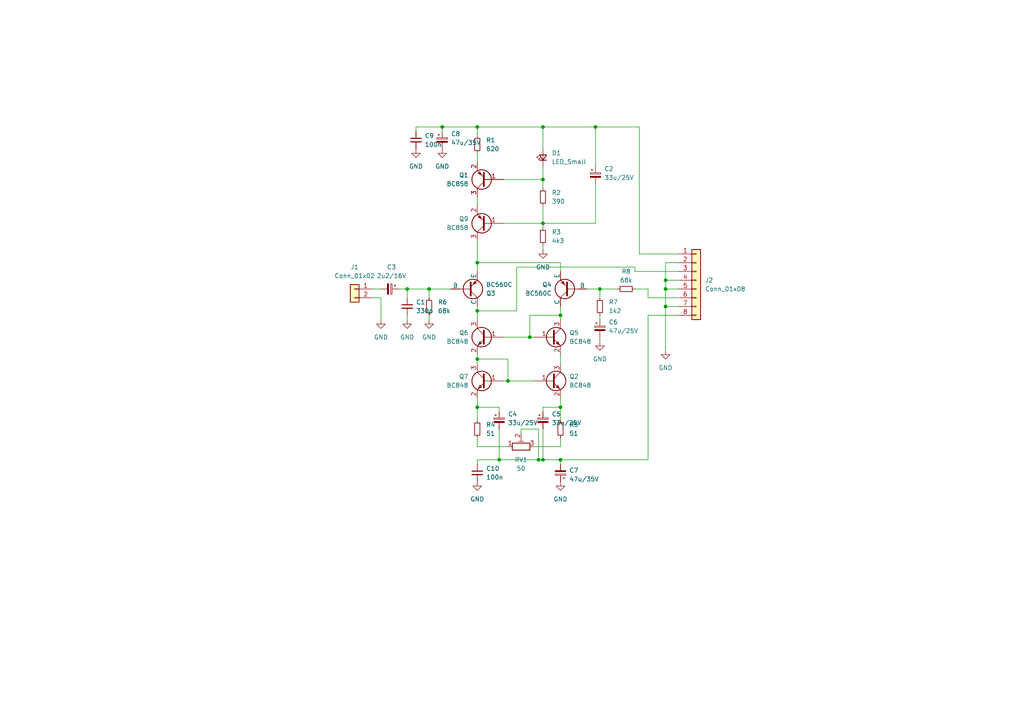
<source format=kicad_sch>
(kicad_sch (version 20230121) (generator eeschema)

  (uuid 6f31cc36-deaf-4ad7-836a-0db420f7cbcc)

  (paper "A4")

  (lib_symbols
    (symbol "Connector_Generic:Conn_01x02" (pin_names (offset 1.016) hide) (in_bom yes) (on_board yes)
      (property "Reference" "J" (at 0 2.54 0)
        (effects (font (size 1.27 1.27)))
      )
      (property "Value" "Conn_01x02" (at 0 -5.08 0)
        (effects (font (size 1.27 1.27)))
      )
      (property "Footprint" "" (at 0 0 0)
        (effects (font (size 1.27 1.27)) hide)
      )
      (property "Datasheet" "~" (at 0 0 0)
        (effects (font (size 1.27 1.27)) hide)
      )
      (property "ki_keywords" "connector" (at 0 0 0)
        (effects (font (size 1.27 1.27)) hide)
      )
      (property "ki_description" "Generic connector, single row, 01x02, script generated (kicad-library-utils/schlib/autogen/connector/)" (at 0 0 0)
        (effects (font (size 1.27 1.27)) hide)
      )
      (property "ki_fp_filters" "Connector*:*_1x??_*" (at 0 0 0)
        (effects (font (size 1.27 1.27)) hide)
      )
      (symbol "Conn_01x02_1_1"
        (rectangle (start -1.27 -2.413) (end 0 -2.667)
          (stroke (width 0.1524) (type default))
          (fill (type none))
        )
        (rectangle (start -1.27 0.127) (end 0 -0.127)
          (stroke (width 0.1524) (type default))
          (fill (type none))
        )
        (rectangle (start -1.27 1.27) (end 1.27 -3.81)
          (stroke (width 0.254) (type default))
          (fill (type background))
        )
        (pin passive line (at -5.08 0 0) (length 3.81)
          (name "Pin_1" (effects (font (size 1.27 1.27))))
          (number "1" (effects (font (size 1.27 1.27))))
        )
        (pin passive line (at -5.08 -2.54 0) (length 3.81)
          (name "Pin_2" (effects (font (size 1.27 1.27))))
          (number "2" (effects (font (size 1.27 1.27))))
        )
      )
    )
    (symbol "Connector_Generic:Conn_01x08" (pin_names (offset 1.016) hide) (in_bom yes) (on_board yes)
      (property "Reference" "J" (at 0 10.16 0)
        (effects (font (size 1.27 1.27)))
      )
      (property "Value" "Conn_01x08" (at 0 -12.7 0)
        (effects (font (size 1.27 1.27)))
      )
      (property "Footprint" "" (at 0 0 0)
        (effects (font (size 1.27 1.27)) hide)
      )
      (property "Datasheet" "~" (at 0 0 0)
        (effects (font (size 1.27 1.27)) hide)
      )
      (property "ki_keywords" "connector" (at 0 0 0)
        (effects (font (size 1.27 1.27)) hide)
      )
      (property "ki_description" "Generic connector, single row, 01x08, script generated (kicad-library-utils/schlib/autogen/connector/)" (at 0 0 0)
        (effects (font (size 1.27 1.27)) hide)
      )
      (property "ki_fp_filters" "Connector*:*_1x??_*" (at 0 0 0)
        (effects (font (size 1.27 1.27)) hide)
      )
      (symbol "Conn_01x08_1_1"
        (rectangle (start -1.27 -10.033) (end 0 -10.287)
          (stroke (width 0.1524) (type default))
          (fill (type none))
        )
        (rectangle (start -1.27 -7.493) (end 0 -7.747)
          (stroke (width 0.1524) (type default))
          (fill (type none))
        )
        (rectangle (start -1.27 -4.953) (end 0 -5.207)
          (stroke (width 0.1524) (type default))
          (fill (type none))
        )
        (rectangle (start -1.27 -2.413) (end 0 -2.667)
          (stroke (width 0.1524) (type default))
          (fill (type none))
        )
        (rectangle (start -1.27 0.127) (end 0 -0.127)
          (stroke (width 0.1524) (type default))
          (fill (type none))
        )
        (rectangle (start -1.27 2.667) (end 0 2.413)
          (stroke (width 0.1524) (type default))
          (fill (type none))
        )
        (rectangle (start -1.27 5.207) (end 0 4.953)
          (stroke (width 0.1524) (type default))
          (fill (type none))
        )
        (rectangle (start -1.27 7.747) (end 0 7.493)
          (stroke (width 0.1524) (type default))
          (fill (type none))
        )
        (rectangle (start -1.27 8.89) (end 1.27 -11.43)
          (stroke (width 0.254) (type default))
          (fill (type background))
        )
        (pin passive line (at -5.08 7.62 0) (length 3.81)
          (name "Pin_1" (effects (font (size 1.27 1.27))))
          (number "1" (effects (font (size 1.27 1.27))))
        )
        (pin passive line (at -5.08 5.08 0) (length 3.81)
          (name "Pin_2" (effects (font (size 1.27 1.27))))
          (number "2" (effects (font (size 1.27 1.27))))
        )
        (pin passive line (at -5.08 2.54 0) (length 3.81)
          (name "Pin_3" (effects (font (size 1.27 1.27))))
          (number "3" (effects (font (size 1.27 1.27))))
        )
        (pin passive line (at -5.08 0 0) (length 3.81)
          (name "Pin_4" (effects (font (size 1.27 1.27))))
          (number "4" (effects (font (size 1.27 1.27))))
        )
        (pin passive line (at -5.08 -2.54 0) (length 3.81)
          (name "Pin_5" (effects (font (size 1.27 1.27))))
          (number "5" (effects (font (size 1.27 1.27))))
        )
        (pin passive line (at -5.08 -5.08 0) (length 3.81)
          (name "Pin_6" (effects (font (size 1.27 1.27))))
          (number "6" (effects (font (size 1.27 1.27))))
        )
        (pin passive line (at -5.08 -7.62 0) (length 3.81)
          (name "Pin_7" (effects (font (size 1.27 1.27))))
          (number "7" (effects (font (size 1.27 1.27))))
        )
        (pin passive line (at -5.08 -10.16 0) (length 3.81)
          (name "Pin_8" (effects (font (size 1.27 1.27))))
          (number "8" (effects (font (size 1.27 1.27))))
        )
      )
    )
    (symbol "Device:C_Polarized_Small" (pin_numbers hide) (pin_names (offset 0.254) hide) (in_bom yes) (on_board yes)
      (property "Reference" "C" (at 0.254 1.778 0)
        (effects (font (size 1.27 1.27)) (justify left))
      )
      (property "Value" "C_Polarized_Small" (at 0.254 -2.032 0)
        (effects (font (size 1.27 1.27)) (justify left))
      )
      (property "Footprint" "" (at 0 0 0)
        (effects (font (size 1.27 1.27)) hide)
      )
      (property "Datasheet" "~" (at 0 0 0)
        (effects (font (size 1.27 1.27)) hide)
      )
      (property "ki_keywords" "cap capacitor" (at 0 0 0)
        (effects (font (size 1.27 1.27)) hide)
      )
      (property "ki_description" "Polarized capacitor, small symbol" (at 0 0 0)
        (effects (font (size 1.27 1.27)) hide)
      )
      (property "ki_fp_filters" "CP_*" (at 0 0 0)
        (effects (font (size 1.27 1.27)) hide)
      )
      (symbol "C_Polarized_Small_0_1"
        (rectangle (start -1.524 -0.3048) (end 1.524 -0.6858)
          (stroke (width 0) (type default))
          (fill (type outline))
        )
        (rectangle (start -1.524 0.6858) (end 1.524 0.3048)
          (stroke (width 0) (type default))
          (fill (type none))
        )
        (polyline
          (pts
            (xy -1.27 1.524)
            (xy -0.762 1.524)
          )
          (stroke (width 0) (type default))
          (fill (type none))
        )
        (polyline
          (pts
            (xy -1.016 1.27)
            (xy -1.016 1.778)
          )
          (stroke (width 0) (type default))
          (fill (type none))
        )
      )
      (symbol "C_Polarized_Small_1_1"
        (pin passive line (at 0 2.54 270) (length 1.8542)
          (name "~" (effects (font (size 1.27 1.27))))
          (number "1" (effects (font (size 1.27 1.27))))
        )
        (pin passive line (at 0 -2.54 90) (length 1.8542)
          (name "~" (effects (font (size 1.27 1.27))))
          (number "2" (effects (font (size 1.27 1.27))))
        )
      )
    )
    (symbol "Device:C_Small" (pin_numbers hide) (pin_names (offset 0.254) hide) (in_bom yes) (on_board yes)
      (property "Reference" "C" (at 0.254 1.778 0)
        (effects (font (size 1.27 1.27)) (justify left))
      )
      (property "Value" "C_Small" (at 0.254 -2.032 0)
        (effects (font (size 1.27 1.27)) (justify left))
      )
      (property "Footprint" "" (at 0 0 0)
        (effects (font (size 1.27 1.27)) hide)
      )
      (property "Datasheet" "~" (at 0 0 0)
        (effects (font (size 1.27 1.27)) hide)
      )
      (property "ki_keywords" "capacitor cap" (at 0 0 0)
        (effects (font (size 1.27 1.27)) hide)
      )
      (property "ki_description" "Unpolarized capacitor, small symbol" (at 0 0 0)
        (effects (font (size 1.27 1.27)) hide)
      )
      (property "ki_fp_filters" "C_*" (at 0 0 0)
        (effects (font (size 1.27 1.27)) hide)
      )
      (symbol "C_Small_0_1"
        (polyline
          (pts
            (xy -1.524 -0.508)
            (xy 1.524 -0.508)
          )
          (stroke (width 0.3302) (type default))
          (fill (type none))
        )
        (polyline
          (pts
            (xy -1.524 0.508)
            (xy 1.524 0.508)
          )
          (stroke (width 0.3048) (type default))
          (fill (type none))
        )
      )
      (symbol "C_Small_1_1"
        (pin passive line (at 0 2.54 270) (length 2.032)
          (name "~" (effects (font (size 1.27 1.27))))
          (number "1" (effects (font (size 1.27 1.27))))
        )
        (pin passive line (at 0 -2.54 90) (length 2.032)
          (name "~" (effects (font (size 1.27 1.27))))
          (number "2" (effects (font (size 1.27 1.27))))
        )
      )
    )
    (symbol "Device:LED_Small" (pin_numbers hide) (pin_names (offset 0.254) hide) (in_bom yes) (on_board yes)
      (property "Reference" "D" (at -1.27 3.175 0)
        (effects (font (size 1.27 1.27)) (justify left))
      )
      (property "Value" "LED_Small" (at -4.445 -2.54 0)
        (effects (font (size 1.27 1.27)) (justify left))
      )
      (property "Footprint" "" (at 0 0 90)
        (effects (font (size 1.27 1.27)) hide)
      )
      (property "Datasheet" "~" (at 0 0 90)
        (effects (font (size 1.27 1.27)) hide)
      )
      (property "ki_keywords" "LED diode light-emitting-diode" (at 0 0 0)
        (effects (font (size 1.27 1.27)) hide)
      )
      (property "ki_description" "Light emitting diode, small symbol" (at 0 0 0)
        (effects (font (size 1.27 1.27)) hide)
      )
      (property "ki_fp_filters" "LED* LED_SMD:* LED_THT:*" (at 0 0 0)
        (effects (font (size 1.27 1.27)) hide)
      )
      (symbol "LED_Small_0_1"
        (polyline
          (pts
            (xy -0.762 -1.016)
            (xy -0.762 1.016)
          )
          (stroke (width 0.254) (type default))
          (fill (type none))
        )
        (polyline
          (pts
            (xy 1.016 0)
            (xy -0.762 0)
          )
          (stroke (width 0) (type default))
          (fill (type none))
        )
        (polyline
          (pts
            (xy 0.762 -1.016)
            (xy -0.762 0)
            (xy 0.762 1.016)
            (xy 0.762 -1.016)
          )
          (stroke (width 0.254) (type default))
          (fill (type none))
        )
        (polyline
          (pts
            (xy 0 0.762)
            (xy -0.508 1.27)
            (xy -0.254 1.27)
            (xy -0.508 1.27)
            (xy -0.508 1.016)
          )
          (stroke (width 0) (type default))
          (fill (type none))
        )
        (polyline
          (pts
            (xy 0.508 1.27)
            (xy 0 1.778)
            (xy 0.254 1.778)
            (xy 0 1.778)
            (xy 0 1.524)
          )
          (stroke (width 0) (type default))
          (fill (type none))
        )
      )
      (symbol "LED_Small_1_1"
        (pin passive line (at -2.54 0 0) (length 1.778)
          (name "K" (effects (font (size 1.27 1.27))))
          (number "1" (effects (font (size 1.27 1.27))))
        )
        (pin passive line (at 2.54 0 180) (length 1.778)
          (name "A" (effects (font (size 1.27 1.27))))
          (number "2" (effects (font (size 1.27 1.27))))
        )
      )
    )
    (symbol "Device:R_Potentiometer_Trim" (pin_names (offset 1.016) hide) (in_bom yes) (on_board yes)
      (property "Reference" "RV" (at -4.445 0 90)
        (effects (font (size 1.27 1.27)))
      )
      (property "Value" "R_Potentiometer_Trim" (at -2.54 0 90)
        (effects (font (size 1.27 1.27)))
      )
      (property "Footprint" "" (at 0 0 0)
        (effects (font (size 1.27 1.27)) hide)
      )
      (property "Datasheet" "~" (at 0 0 0)
        (effects (font (size 1.27 1.27)) hide)
      )
      (property "ki_keywords" "resistor variable trimpot trimmer" (at 0 0 0)
        (effects (font (size 1.27 1.27)) hide)
      )
      (property "ki_description" "Trim-potentiometer" (at 0 0 0)
        (effects (font (size 1.27 1.27)) hide)
      )
      (property "ki_fp_filters" "Potentiometer*" (at 0 0 0)
        (effects (font (size 1.27 1.27)) hide)
      )
      (symbol "R_Potentiometer_Trim_0_1"
        (polyline
          (pts
            (xy 1.524 0.762)
            (xy 1.524 -0.762)
          )
          (stroke (width 0) (type default))
          (fill (type none))
        )
        (polyline
          (pts
            (xy 2.54 0)
            (xy 1.524 0)
          )
          (stroke (width 0) (type default))
          (fill (type none))
        )
        (rectangle (start 1.016 2.54) (end -1.016 -2.54)
          (stroke (width 0.254) (type default))
          (fill (type none))
        )
      )
      (symbol "R_Potentiometer_Trim_1_1"
        (pin passive line (at 0 3.81 270) (length 1.27)
          (name "1" (effects (font (size 1.27 1.27))))
          (number "1" (effects (font (size 1.27 1.27))))
        )
        (pin passive line (at 3.81 0 180) (length 1.27)
          (name "2" (effects (font (size 1.27 1.27))))
          (number "2" (effects (font (size 1.27 1.27))))
        )
        (pin passive line (at 0 -3.81 90) (length 1.27)
          (name "3" (effects (font (size 1.27 1.27))))
          (number "3" (effects (font (size 1.27 1.27))))
        )
      )
    )
    (symbol "Device:R_Small" (pin_numbers hide) (pin_names (offset 0.254) hide) (in_bom yes) (on_board yes)
      (property "Reference" "R" (at 0.762 0.508 0)
        (effects (font (size 1.27 1.27)) (justify left))
      )
      (property "Value" "R_Small" (at 0.762 -1.016 0)
        (effects (font (size 1.27 1.27)) (justify left))
      )
      (property "Footprint" "" (at 0 0 0)
        (effects (font (size 1.27 1.27)) hide)
      )
      (property "Datasheet" "~" (at 0 0 0)
        (effects (font (size 1.27 1.27)) hide)
      )
      (property "ki_keywords" "R resistor" (at 0 0 0)
        (effects (font (size 1.27 1.27)) hide)
      )
      (property "ki_description" "Resistor, small symbol" (at 0 0 0)
        (effects (font (size 1.27 1.27)) hide)
      )
      (property "ki_fp_filters" "R_*" (at 0 0 0)
        (effects (font (size 1.27 1.27)) hide)
      )
      (symbol "R_Small_0_1"
        (rectangle (start -0.762 1.778) (end 0.762 -1.778)
          (stroke (width 0.2032) (type default))
          (fill (type none))
        )
      )
      (symbol "R_Small_1_1"
        (pin passive line (at 0 2.54 270) (length 0.762)
          (name "~" (effects (font (size 1.27 1.27))))
          (number "1" (effects (font (size 1.27 1.27))))
        )
        (pin passive line (at 0 -2.54 90) (length 0.762)
          (name "~" (effects (font (size 1.27 1.27))))
          (number "2" (effects (font (size 1.27 1.27))))
        )
      )
    )
    (symbol "Simulation_SPICE:PNP" (pin_numbers hide) (pin_names (offset 0)) (in_bom yes) (on_board yes)
      (property "Reference" "Q" (at -2.54 7.62 0)
        (effects (font (size 1.27 1.27)))
      )
      (property "Value" "PNP" (at -2.54 5.08 0)
        (effects (font (size 1.27 1.27)))
      )
      (property "Footprint" "" (at 35.56 0 0)
        (effects (font (size 1.27 1.27)) hide)
      )
      (property "Datasheet" "~" (at 35.56 0 0)
        (effects (font (size 1.27 1.27)) hide)
      )
      (property "Sim.Device" "PNP" (at 0 0 0)
        (effects (font (size 1.27 1.27)) hide)
      )
      (property "Sim.Type" "GUMMELPOON" (at 0 0 0)
        (effects (font (size 1.27 1.27)) hide)
      )
      (property "Sim.Pins" "1=C 2=B 3=E" (at 0 0 0)
        (effects (font (size 1.27 1.27)) hide)
      )
      (property "ki_keywords" "simulation" (at 0 0 0)
        (effects (font (size 1.27 1.27)) hide)
      )
      (property "ki_description" "Bipolar transistor symbol for simulation only, substrate tied to the emitter" (at 0 0 0)
        (effects (font (size 1.27 1.27)) hide)
      )
      (symbol "PNP_0_1"
        (polyline
          (pts
            (xy -2.54 0)
            (xy 0.635 0)
          )
          (stroke (width 0.1524) (type default))
          (fill (type none))
        )
        (polyline
          (pts
            (xy 0.635 0.635)
            (xy 2.54 2.54)
          )
          (stroke (width 0) (type default))
          (fill (type none))
        )
        (polyline
          (pts
            (xy 0.635 -0.635)
            (xy 2.54 -2.54)
            (xy 2.54 -2.54)
          )
          (stroke (width 0) (type default))
          (fill (type none))
        )
        (polyline
          (pts
            (xy 0.635 1.905)
            (xy 0.635 -1.905)
            (xy 0.635 -1.905)
          )
          (stroke (width 0.508) (type default))
          (fill (type none))
        )
        (polyline
          (pts
            (xy 2.286 -1.778)
            (xy 1.778 -2.286)
            (xy 1.27 -1.27)
            (xy 2.286 -1.778)
            (xy 2.286 -1.778)
          )
          (stroke (width 0) (type default))
          (fill (type outline))
        )
        (circle (center 1.27 0) (radius 2.8194)
          (stroke (width 0.254) (type default))
          (fill (type none))
        )
      )
      (symbol "PNP_1_1"
        (pin open_collector line (at 2.54 5.08 270) (length 2.54)
          (name "C" (effects (font (size 1.27 1.27))))
          (number "1" (effects (font (size 1.27 1.27))))
        )
        (pin input line (at -5.08 0 0) (length 2.54)
          (name "B" (effects (font (size 1.27 1.27))))
          (number "2" (effects (font (size 1.27 1.27))))
        )
        (pin open_emitter line (at 2.54 -5.08 90) (length 2.54)
          (name "E" (effects (font (size 1.27 1.27))))
          (number "3" (effects (font (size 1.27 1.27))))
        )
      )
    )
    (symbol "Transistor_BJT:BC848" (pin_names (offset 0) hide) (in_bom yes) (on_board yes)
      (property "Reference" "Q" (at 5.08 1.905 0)
        (effects (font (size 1.27 1.27)) (justify left))
      )
      (property "Value" "BC848" (at 5.08 0 0)
        (effects (font (size 1.27 1.27)) (justify left))
      )
      (property "Footprint" "Package_TO_SOT_SMD:SOT-23" (at 5.08 -1.905 0)
        (effects (font (size 1.27 1.27) italic) (justify left) hide)
      )
      (property "Datasheet" "http://www.infineon.com/dgdl/Infineon-BC847SERIES_BC848SERIES_BC849SERIES_BC850SERIES-DS-v01_01-en.pdf?fileId=db3a304314dca389011541d4630a1657" (at 0 0 0)
        (effects (font (size 1.27 1.27)) (justify left) hide)
      )
      (property "ki_keywords" "NPN Small Signal Transistor" (at 0 0 0)
        (effects (font (size 1.27 1.27)) hide)
      )
      (property "ki_description" "0.1A Ic, 30V Vce, NPN Transistor, SOT-23" (at 0 0 0)
        (effects (font (size 1.27 1.27)) hide)
      )
      (property "ki_fp_filters" "SOT?23*" (at 0 0 0)
        (effects (font (size 1.27 1.27)) hide)
      )
      (symbol "BC848_0_1"
        (polyline
          (pts
            (xy 0.635 0.635)
            (xy 2.54 2.54)
          )
          (stroke (width 0) (type default))
          (fill (type none))
        )
        (polyline
          (pts
            (xy 0.635 -0.635)
            (xy 2.54 -2.54)
            (xy 2.54 -2.54)
          )
          (stroke (width 0) (type default))
          (fill (type none))
        )
        (polyline
          (pts
            (xy 0.635 1.905)
            (xy 0.635 -1.905)
            (xy 0.635 -1.905)
          )
          (stroke (width 0.508) (type default))
          (fill (type none))
        )
        (polyline
          (pts
            (xy 1.27 -1.778)
            (xy 1.778 -1.27)
            (xy 2.286 -2.286)
            (xy 1.27 -1.778)
            (xy 1.27 -1.778)
          )
          (stroke (width 0) (type default))
          (fill (type outline))
        )
        (circle (center 1.27 0) (radius 2.8194)
          (stroke (width 0.254) (type default))
          (fill (type none))
        )
      )
      (symbol "BC848_1_1"
        (pin input line (at -5.08 0 0) (length 5.715)
          (name "B" (effects (font (size 1.27 1.27))))
          (number "1" (effects (font (size 1.27 1.27))))
        )
        (pin passive line (at 2.54 -5.08 90) (length 2.54)
          (name "E" (effects (font (size 1.27 1.27))))
          (number "2" (effects (font (size 1.27 1.27))))
        )
        (pin passive line (at 2.54 5.08 270) (length 2.54)
          (name "C" (effects (font (size 1.27 1.27))))
          (number "3" (effects (font (size 1.27 1.27))))
        )
      )
    )
    (symbol "Transistor_BJT:BC858" (pin_names (offset 0) hide) (in_bom yes) (on_board yes)
      (property "Reference" "Q" (at 5.08 1.905 0)
        (effects (font (size 1.27 1.27)) (justify left))
      )
      (property "Value" "BC858" (at 5.08 0 0)
        (effects (font (size 1.27 1.27)) (justify left))
      )
      (property "Footprint" "Package_TO_SOT_SMD:SOT-23" (at 5.08 -1.905 0)
        (effects (font (size 1.27 1.27) italic) (justify left) hide)
      )
      (property "Datasheet" "https://www.onsemi.com/pub/Collateral/BC860-D.pdf" (at 0 0 0)
        (effects (font (size 1.27 1.27)) (justify left) hide)
      )
      (property "ki_keywords" "PNP transistor" (at 0 0 0)
        (effects (font (size 1.27 1.27)) hide)
      )
      (property "ki_description" "0.1A Ic, 30V Vce, PNP Transistor, SOT-23" (at 0 0 0)
        (effects (font (size 1.27 1.27)) hide)
      )
      (property "ki_fp_filters" "SOT?23*" (at 0 0 0)
        (effects (font (size 1.27 1.27)) hide)
      )
      (symbol "BC858_0_1"
        (polyline
          (pts
            (xy 0.635 0.635)
            (xy 2.54 2.54)
          )
          (stroke (width 0) (type default))
          (fill (type none))
        )
        (polyline
          (pts
            (xy 0.635 -0.635)
            (xy 2.54 -2.54)
            (xy 2.54 -2.54)
          )
          (stroke (width 0) (type default))
          (fill (type none))
        )
        (polyline
          (pts
            (xy 0.635 1.905)
            (xy 0.635 -1.905)
            (xy 0.635 -1.905)
          )
          (stroke (width 0.508) (type default))
          (fill (type none))
        )
        (polyline
          (pts
            (xy 2.286 -1.778)
            (xy 1.778 -2.286)
            (xy 1.27 -1.27)
            (xy 2.286 -1.778)
            (xy 2.286 -1.778)
          )
          (stroke (width 0) (type default))
          (fill (type outline))
        )
        (circle (center 1.27 0) (radius 2.8194)
          (stroke (width 0.254) (type default))
          (fill (type none))
        )
      )
      (symbol "BC858_1_1"
        (pin input line (at -5.08 0 0) (length 5.715)
          (name "B" (effects (font (size 1.27 1.27))))
          (number "1" (effects (font (size 1.27 1.27))))
        )
        (pin passive line (at 2.54 -5.08 90) (length 2.54)
          (name "E" (effects (font (size 1.27 1.27))))
          (number "2" (effects (font (size 1.27 1.27))))
        )
        (pin passive line (at 2.54 5.08 270) (length 2.54)
          (name "C" (effects (font (size 1.27 1.27))))
          (number "3" (effects (font (size 1.27 1.27))))
        )
      )
    )
    (symbol "power:GND" (power) (pin_names (offset 0)) (in_bom yes) (on_board yes)
      (property "Reference" "#PWR" (at 0 -6.35 0)
        (effects (font (size 1.27 1.27)) hide)
      )
      (property "Value" "GND" (at 0 -3.81 0)
        (effects (font (size 1.27 1.27)))
      )
      (property "Footprint" "" (at 0 0 0)
        (effects (font (size 1.27 1.27)) hide)
      )
      (property "Datasheet" "" (at 0 0 0)
        (effects (font (size 1.27 1.27)) hide)
      )
      (property "ki_keywords" "global power" (at 0 0 0)
        (effects (font (size 1.27 1.27)) hide)
      )
      (property "ki_description" "Power symbol creates a global label with name \"GND\" , ground" (at 0 0 0)
        (effects (font (size 1.27 1.27)) hide)
      )
      (symbol "GND_0_1"
        (polyline
          (pts
            (xy 0 0)
            (xy 0 -1.27)
            (xy 1.27 -1.27)
            (xy 0 -2.54)
            (xy -1.27 -1.27)
            (xy 0 -1.27)
          )
          (stroke (width 0) (type default))
          (fill (type none))
        )
      )
      (symbol "GND_1_1"
        (pin power_in line (at 0 0 270) (length 0) hide
          (name "GND" (effects (font (size 1.27 1.27))))
          (number "1" (effects (font (size 1.27 1.27))))
        )
      )
    )
  )

  (junction (at 157.48 36.83) (diameter 0) (color 0 0 0 0)
    (uuid 035e0583-8d49-463c-8906-cf7542a91e03)
  )
  (junction (at 153.67 97.79) (diameter 0) (color 0 0 0 0)
    (uuid 10ba1617-042e-4705-a0ae-d4fdfffc5f2c)
  )
  (junction (at 144.78 133.35) (diameter 0) (color 0 0 0 0)
    (uuid 176c807f-2db9-4c39-9e74-5324a570b664)
  )
  (junction (at 147.32 110.49) (diameter 0) (color 0 0 0 0)
    (uuid 1efa9225-44ef-4e46-9bb5-6f04baf2b1c4)
  )
  (junction (at 193.04 81.28) (diameter 0) (color 0 0 0 0)
    (uuid 25bf7b73-2449-4e6d-b0e8-aad47a0c9153)
  )
  (junction (at 124.46 83.82) (diameter 0) (color 0 0 0 0)
    (uuid 3adaf331-6a38-41ae-a6d3-d54cf726e8c6)
  )
  (junction (at 156.21 133.35) (diameter 0) (color 0 0 0 0)
    (uuid 4866b8ee-fcf8-471a-b889-34fa45ed8ce0)
  )
  (junction (at 157.48 64.77) (diameter 0) (color 0 0 0 0)
    (uuid 4d4f5cd1-4e4a-4558-b81e-d889df738ee8)
  )
  (junction (at 193.04 83.82) (diameter 0) (color 0 0 0 0)
    (uuid 5920e284-233a-4cbc-8b9a-5a4da2b83745)
  )
  (junction (at 193.04 88.9) (diameter 0) (color 0 0 0 0)
    (uuid 62a104cc-4bf9-444d-b0be-3647a0ede373)
  )
  (junction (at 138.43 76.2) (diameter 0) (color 0 0 0 0)
    (uuid 694dfc4e-b42f-4e19-8949-c6febff7ac34)
  )
  (junction (at 128.27 36.83) (diameter 0) (color 0 0 0 0)
    (uuid 830d9109-6490-4651-9f8e-ade372cdaca2)
  )
  (junction (at 172.72 36.83) (diameter 0) (color 0 0 0 0)
    (uuid 835bb670-dccf-4967-a83d-0c30eabe1599)
  )
  (junction (at 138.43 90.17) (diameter 0) (color 0 0 0 0)
    (uuid 8d5356e7-1007-4695-b91c-334e245f5180)
  )
  (junction (at 138.43 104.14) (diameter 0) (color 0 0 0 0)
    (uuid 94a7ecd2-5139-46f9-acfc-dda1cbdef415)
  )
  (junction (at 162.56 91.44) (diameter 0) (color 0 0 0 0)
    (uuid bb298877-c5a9-4260-b116-3d7c2c686f74)
  )
  (junction (at 162.56 118.11) (diameter 0) (color 0 0 0 0)
    (uuid c07b57f3-ab32-46da-b0d1-203ddaaf93c4)
  )
  (junction (at 157.48 52.07) (diameter 0) (color 0 0 0 0)
    (uuid c0eb3354-f9c4-4c24-bd66-e7ae3be6f177)
  )
  (junction (at 138.43 36.83) (diameter 0) (color 0 0 0 0)
    (uuid cf16daed-5bf2-497d-bb38-5f88b5c79f70)
  )
  (junction (at 138.43 118.11) (diameter 0) (color 0 0 0 0)
    (uuid d1b7291c-671e-46b1-971b-0e3aa33d52a7)
  )
  (junction (at 173.99 83.82) (diameter 0) (color 0 0 0 0)
    (uuid dd30597a-8a74-498c-b679-0cf6687bf3de)
  )
  (junction (at 157.48 133.35) (diameter 0) (color 0 0 0 0)
    (uuid df8232d0-c430-49af-a8d3-1d48d34a3167)
  )
  (junction (at 162.56 133.35) (diameter 0) (color 0 0 0 0)
    (uuid fa4e2f33-0ce4-490e-834d-973f0199d755)
  )
  (junction (at 118.11 83.82) (diameter 0) (color 0 0 0 0)
    (uuid fe1e7117-fae2-479d-913b-17d8692ac1f3)
  )

  (wire (pts (xy 120.65 36.83) (xy 120.65 38.1))
    (stroke (width 0) (type default))
    (uuid 019f3f08-8dd7-4629-9718-a20216be57ca)
  )
  (wire (pts (xy 138.43 57.15) (xy 138.43 59.69))
    (stroke (width 0) (type default))
    (uuid 055c60d1-1942-4e4e-b622-f2c8e159af4b)
  )
  (wire (pts (xy 173.99 97.79) (xy 173.99 99.06))
    (stroke (width 0) (type default))
    (uuid 079ffdcd-c60b-46a2-acd0-94a582d19071)
  )
  (wire (pts (xy 162.56 118.11) (xy 162.56 121.92))
    (stroke (width 0) (type default))
    (uuid 08e13997-0687-4fa4-906d-cb1ca876c50a)
  )
  (wire (pts (xy 107.95 86.36) (xy 110.49 86.36))
    (stroke (width 0) (type default))
    (uuid 09cf0f0f-fbf7-474f-bf8e-f4234e3390b5)
  )
  (wire (pts (xy 128.27 38.1) (xy 128.27 36.83))
    (stroke (width 0) (type default))
    (uuid 0eb7b2c7-cbdb-4b1f-a6e2-be7546062b06)
  )
  (wire (pts (xy 185.42 73.66) (xy 185.42 36.83))
    (stroke (width 0) (type default))
    (uuid 1034e75a-8dd0-4bbc-bb8b-683a3cc1e9f8)
  )
  (wire (pts (xy 144.78 124.46) (xy 144.78 133.35))
    (stroke (width 0) (type default))
    (uuid 10649517-86dc-419c-a823-b56aeaa64873)
  )
  (wire (pts (xy 138.43 104.14) (xy 138.43 105.41))
    (stroke (width 0) (type default))
    (uuid 120e8609-72cd-446a-b708-5230fbcb2dee)
  )
  (wire (pts (xy 156.21 124.46) (xy 156.21 133.35))
    (stroke (width 0) (type default))
    (uuid 19b30252-55d9-4d5e-a764-350339c98318)
  )
  (wire (pts (xy 193.04 81.28) (xy 196.85 81.28))
    (stroke (width 0) (type default))
    (uuid 1d22b485-05c5-4303-a8d3-009bdd1d8566)
  )
  (wire (pts (xy 144.78 119.38) (xy 144.78 118.11))
    (stroke (width 0) (type default))
    (uuid 22fb1c83-adf6-43bd-9faa-49eed538c0bd)
  )
  (wire (pts (xy 157.48 59.69) (xy 157.48 64.77))
    (stroke (width 0) (type default))
    (uuid 24c4a3fb-0906-4970-80c6-8c98be5c1783)
  )
  (wire (pts (xy 154.94 129.54) (xy 162.56 129.54))
    (stroke (width 0) (type default))
    (uuid 290108e8-fa9a-4aba-b4d7-cd6b14e03a5d)
  )
  (wire (pts (xy 151.13 124.46) (xy 156.21 124.46))
    (stroke (width 0) (type default))
    (uuid 2ca430f6-a641-4da7-b7c7-a3c2482ee8b0)
  )
  (wire (pts (xy 149.86 77.47) (xy 184.15 77.47))
    (stroke (width 0) (type default))
    (uuid 2cf1b0ab-148c-483d-a53d-705e7c45604e)
  )
  (wire (pts (xy 110.49 92.71) (xy 110.49 86.36))
    (stroke (width 0) (type default))
    (uuid 2dec40a2-beef-4790-bafa-0a9459f2902a)
  )
  (wire (pts (xy 151.13 125.73) (xy 151.13 124.46))
    (stroke (width 0) (type default))
    (uuid 3101fae0-23cd-449b-8d49-643a94be8836)
  )
  (wire (pts (xy 196.85 76.2) (xy 193.04 76.2))
    (stroke (width 0) (type default))
    (uuid 318d4dea-d409-4b4d-9698-b38e0716ad5f)
  )
  (wire (pts (xy 124.46 83.82) (xy 130.81 83.82))
    (stroke (width 0) (type default))
    (uuid 329b4884-b5ee-4530-8bb8-9e99ac2c7533)
  )
  (wire (pts (xy 193.04 83.82) (xy 193.04 88.9))
    (stroke (width 0) (type default))
    (uuid 34ea1c23-0734-490f-aa8f-c46c75de9d94)
  )
  (wire (pts (xy 138.43 36.83) (xy 157.48 36.83))
    (stroke (width 0) (type default))
    (uuid 35d0b748-5153-49af-bfdb-f51ad7229613)
  )
  (wire (pts (xy 162.56 133.35) (xy 162.56 134.62))
    (stroke (width 0) (type default))
    (uuid 38205f8e-e291-46bd-afa9-f935313b3f64)
  )
  (wire (pts (xy 157.48 71.12) (xy 157.48 72.39))
    (stroke (width 0) (type default))
    (uuid 3adfe751-07c8-4276-90dc-01871a7b7e9d)
  )
  (wire (pts (xy 147.32 110.49) (xy 154.94 110.49))
    (stroke (width 0) (type default))
    (uuid 3f2d0aef-cee9-4964-b669-a7d5b664dc39)
  )
  (wire (pts (xy 138.43 129.54) (xy 147.32 129.54))
    (stroke (width 0) (type default))
    (uuid 3fce77e2-606b-4e88-9cb2-1ef430340358)
  )
  (wire (pts (xy 118.11 83.82) (xy 124.46 83.82))
    (stroke (width 0) (type default))
    (uuid 44a5103e-0868-4263-8a0c-92c3bc946768)
  )
  (wire (pts (xy 193.04 88.9) (xy 193.04 101.6))
    (stroke (width 0) (type default))
    (uuid 45267256-35cb-4722-a55f-ffa9168f7e7b)
  )
  (wire (pts (xy 170.18 83.82) (xy 173.99 83.82))
    (stroke (width 0) (type default))
    (uuid 464b266f-0f8b-4908-9b0d-f89578ca08f7)
  )
  (wire (pts (xy 193.04 76.2) (xy 193.04 81.28))
    (stroke (width 0) (type default))
    (uuid 466481b0-ccbf-4739-9311-b857d3c3f21f)
  )
  (wire (pts (xy 124.46 91.44) (xy 124.46 92.71))
    (stroke (width 0) (type default))
    (uuid 47bc0733-6418-4882-94e6-734ae181439d)
  )
  (wire (pts (xy 172.72 48.26) (xy 172.72 36.83))
    (stroke (width 0) (type default))
    (uuid 4c3801df-60da-42cd-b3b7-ce65a12b6fff)
  )
  (wire (pts (xy 187.96 86.36) (xy 196.85 86.36))
    (stroke (width 0) (type default))
    (uuid 4cfb8432-2072-42f7-a577-528a292f41cc)
  )
  (wire (pts (xy 146.05 97.79) (xy 153.67 97.79))
    (stroke (width 0) (type default))
    (uuid 4d84b258-e594-46b3-92b5-9fafefba9aed)
  )
  (wire (pts (xy 146.05 52.07) (xy 157.48 52.07))
    (stroke (width 0) (type default))
    (uuid 4f7e29be-40c4-46a0-9626-90a394667acb)
  )
  (wire (pts (xy 184.15 78.74) (xy 196.85 78.74))
    (stroke (width 0) (type default))
    (uuid 584e6e47-91c0-4e0f-b544-1aad1311aa88)
  )
  (wire (pts (xy 157.48 118.11) (xy 162.56 118.11))
    (stroke (width 0) (type default))
    (uuid 5b501d67-5996-451b-b16c-cac914148dbe)
  )
  (wire (pts (xy 184.15 77.47) (xy 184.15 78.74))
    (stroke (width 0) (type default))
    (uuid 5de733fc-ff08-4bc3-99f4-698e962a4cea)
  )
  (wire (pts (xy 138.43 118.11) (xy 138.43 121.92))
    (stroke (width 0) (type default))
    (uuid 604c73e9-04f5-4b2b-9a2e-1028624e5836)
  )
  (wire (pts (xy 162.56 91.44) (xy 162.56 92.71))
    (stroke (width 0) (type default))
    (uuid 604f2ee0-4ce9-473d-a758-2a0a8900cd6a)
  )
  (wire (pts (xy 118.11 83.82) (xy 118.11 86.36))
    (stroke (width 0) (type default))
    (uuid 60fee66d-3cc2-4fc8-826d-c46b950dbd3e)
  )
  (wire (pts (xy 118.11 91.44) (xy 118.11 92.71))
    (stroke (width 0) (type default))
    (uuid 619fa879-325b-4767-8ce5-427245cebdef)
  )
  (wire (pts (xy 173.99 83.82) (xy 173.99 86.36))
    (stroke (width 0) (type default))
    (uuid 66569f9e-3237-4fb0-ad47-684f660ac9dc)
  )
  (wire (pts (xy 162.56 78.74) (xy 162.56 76.2))
    (stroke (width 0) (type default))
    (uuid 6f6e64a3-f392-4803-b925-335dcacf93fb)
  )
  (wire (pts (xy 138.43 133.35) (xy 138.43 134.62))
    (stroke (width 0) (type default))
    (uuid 758ccca5-4877-453e-a9a9-190becc4cbc0)
  )
  (wire (pts (xy 193.04 81.28) (xy 193.04 83.82))
    (stroke (width 0) (type default))
    (uuid 7897100c-09e7-40d3-8e7c-abf14746c4ab)
  )
  (wire (pts (xy 146.05 64.77) (xy 157.48 64.77))
    (stroke (width 0) (type default))
    (uuid 7fb7b6f1-d3d9-4b46-b308-f0634cf06f45)
  )
  (wire (pts (xy 138.43 127) (xy 138.43 129.54))
    (stroke (width 0) (type default))
    (uuid 80e374b3-f363-40fd-b542-b3f435b3b5c7)
  )
  (wire (pts (xy 138.43 104.14) (xy 147.32 104.14))
    (stroke (width 0) (type default))
    (uuid 875eabce-9c60-4c90-b9b3-f14561b665d6)
  )
  (wire (pts (xy 196.85 73.66) (xy 185.42 73.66))
    (stroke (width 0) (type default))
    (uuid 8788f831-37f4-4fa4-a4a1-0cb0b382a097)
  )
  (wire (pts (xy 138.43 118.11) (xy 144.78 118.11))
    (stroke (width 0) (type default))
    (uuid 8cbea22a-91dc-4a5c-9833-0f806b02d4d9)
  )
  (wire (pts (xy 146.05 110.49) (xy 147.32 110.49))
    (stroke (width 0) (type default))
    (uuid 8e415943-5bae-460a-8346-9ac984a663da)
  )
  (wire (pts (xy 187.96 83.82) (xy 187.96 86.36))
    (stroke (width 0) (type default))
    (uuid 902a44c1-02b2-4a49-9ad9-260b4f6a5b8a)
  )
  (wire (pts (xy 115.57 83.82) (xy 118.11 83.82))
    (stroke (width 0) (type default))
    (uuid 9aa188d0-67d4-47ea-8f77-0aaba0d9a8cd)
  )
  (wire (pts (xy 162.56 102.87) (xy 162.56 105.41))
    (stroke (width 0) (type default))
    (uuid 9ded06dc-7667-473b-94f4-389350e7738b)
  )
  (wire (pts (xy 157.48 52.07) (xy 157.48 54.61))
    (stroke (width 0) (type default))
    (uuid 9f20bdb9-4952-4300-9171-cb770511d77f)
  )
  (wire (pts (xy 157.48 36.83) (xy 172.72 36.83))
    (stroke (width 0) (type default))
    (uuid a2ba1737-0add-4348-bfca-89f642ae5476)
  )
  (wire (pts (xy 162.56 118.11) (xy 162.56 115.57))
    (stroke (width 0) (type default))
    (uuid a4bb3100-5565-47cf-84fd-9c1919dec7b7)
  )
  (wire (pts (xy 157.48 43.18) (xy 157.48 36.83))
    (stroke (width 0) (type default))
    (uuid a594b6a4-4dec-4585-b28e-b1ab297c79ea)
  )
  (wire (pts (xy 173.99 83.82) (xy 179.07 83.82))
    (stroke (width 0) (type default))
    (uuid b1df555a-8242-4940-a3f4-b0df1ddf2076)
  )
  (wire (pts (xy 157.48 133.35) (xy 162.56 133.35))
    (stroke (width 0) (type default))
    (uuid b3696376-81e9-4cb6-a12c-b153ef642f3a)
  )
  (wire (pts (xy 128.27 36.83) (xy 138.43 36.83))
    (stroke (width 0) (type default))
    (uuid b36f2111-6169-44f9-a182-4701f51d3b74)
  )
  (wire (pts (xy 144.78 133.35) (xy 156.21 133.35))
    (stroke (width 0) (type default))
    (uuid b68e5270-f864-49e9-b702-ffc7b5f23abd)
  )
  (wire (pts (xy 157.48 48.26) (xy 157.48 52.07))
    (stroke (width 0) (type default))
    (uuid b86991f0-1de7-4f78-b6dc-fd12705f173c)
  )
  (wire (pts (xy 162.56 133.35) (xy 187.96 133.35))
    (stroke (width 0) (type default))
    (uuid b9613302-8a6c-4ffd-83c3-1a7517dbbc60)
  )
  (wire (pts (xy 157.48 119.38) (xy 157.48 118.11))
    (stroke (width 0) (type default))
    (uuid ba447d1d-23d8-4ef9-a041-82e079cc68e7)
  )
  (wire (pts (xy 138.43 44.45) (xy 138.43 46.99))
    (stroke (width 0) (type default))
    (uuid bac7f303-78cf-42a4-9d1b-62717daee0e2)
  )
  (wire (pts (xy 138.43 102.87) (xy 138.43 104.14))
    (stroke (width 0) (type default))
    (uuid bb226c57-0d78-4cac-b2af-90e925ac6d4d)
  )
  (wire (pts (xy 153.67 91.44) (xy 153.67 97.79))
    (stroke (width 0) (type default))
    (uuid bc611a0d-2280-4bfe-9353-d5a6f0eb80ab)
  )
  (wire (pts (xy 138.43 69.85) (xy 138.43 76.2))
    (stroke (width 0) (type default))
    (uuid bd088b46-250c-41f3-ae20-435dba1c4249)
  )
  (wire (pts (xy 107.95 83.82) (xy 110.49 83.82))
    (stroke (width 0) (type default))
    (uuid be2afb69-f62e-4412-a067-e57986d3a360)
  )
  (wire (pts (xy 193.04 88.9) (xy 196.85 88.9))
    (stroke (width 0) (type default))
    (uuid c41bebb2-5173-4137-a6ef-c8c0de4faecb)
  )
  (wire (pts (xy 138.43 90.17) (xy 149.86 90.17))
    (stroke (width 0) (type default))
    (uuid c813e0cc-23bf-4104-b00b-76ed13c70067)
  )
  (wire (pts (xy 138.43 76.2) (xy 162.56 76.2))
    (stroke (width 0) (type default))
    (uuid c9378cea-29c5-49fc-9b6b-3288b861f1ea)
  )
  (wire (pts (xy 157.48 124.46) (xy 157.48 133.35))
    (stroke (width 0) (type default))
    (uuid c9cf4f2b-8eb8-47ce-8e24-a86fe3194069)
  )
  (wire (pts (xy 138.43 76.2) (xy 138.43 78.74))
    (stroke (width 0) (type default))
    (uuid cb879a57-8c68-40f2-82a7-b1350ea3d524)
  )
  (wire (pts (xy 157.48 64.77) (xy 172.72 64.77))
    (stroke (width 0) (type default))
    (uuid cbc3f4fa-1d62-4863-a71e-209c653d7dc8)
  )
  (wire (pts (xy 153.67 97.79) (xy 154.94 97.79))
    (stroke (width 0) (type default))
    (uuid ceecfab1-020f-4436-913e-61473dee3987)
  )
  (wire (pts (xy 173.99 91.44) (xy 173.99 92.71))
    (stroke (width 0) (type default))
    (uuid cf2668a4-7ff7-43c5-8acd-5328b6ac64e0)
  )
  (wire (pts (xy 120.65 36.83) (xy 128.27 36.83))
    (stroke (width 0) (type default))
    (uuid d4df8ada-b766-4496-86dc-0fc5945534b6)
  )
  (wire (pts (xy 162.56 88.9) (xy 162.56 91.44))
    (stroke (width 0) (type default))
    (uuid d5b47fb6-d3d7-476f-94c8-9e75aa276cdb)
  )
  (wire (pts (xy 196.85 91.44) (xy 187.96 91.44))
    (stroke (width 0) (type default))
    (uuid de2b8627-c883-4794-abcb-5c45ae4d283e)
  )
  (wire (pts (xy 187.96 91.44) (xy 187.96 133.35))
    (stroke (width 0) (type default))
    (uuid e1037522-948e-4284-8b77-9c192be3826f)
  )
  (wire (pts (xy 184.15 83.82) (xy 187.96 83.82))
    (stroke (width 0) (type default))
    (uuid e276becb-9c25-42a2-9b41-7ed5d260ac26)
  )
  (wire (pts (xy 149.86 77.47) (xy 149.86 90.17))
    (stroke (width 0) (type default))
    (uuid e40557fd-da43-40d2-9976-198eb5a6bcb0)
  )
  (wire (pts (xy 147.32 104.14) (xy 147.32 110.49))
    (stroke (width 0) (type default))
    (uuid e68001d3-5706-43f4-b2d5-31b574dde6ed)
  )
  (wire (pts (xy 162.56 91.44) (xy 153.67 91.44))
    (stroke (width 0) (type default))
    (uuid e923fa6d-206d-4572-82ff-370a5ea51f45)
  )
  (wire (pts (xy 138.43 88.9) (xy 138.43 90.17))
    (stroke (width 0) (type default))
    (uuid eae30f0d-1749-429a-9eaf-85dfa2a71953)
  )
  (wire (pts (xy 193.04 83.82) (xy 196.85 83.82))
    (stroke (width 0) (type default))
    (uuid ecadb6a8-1b27-47d5-9c3e-6b08107fd7e9)
  )
  (wire (pts (xy 162.56 127) (xy 162.56 129.54))
    (stroke (width 0) (type default))
    (uuid f0d29be4-26af-4173-bd0e-0729ea66a135)
  )
  (wire (pts (xy 185.42 36.83) (xy 172.72 36.83))
    (stroke (width 0) (type default))
    (uuid f0ddb353-8be4-43a3-88a4-85fc2076fc51)
  )
  (wire (pts (xy 138.43 39.37) (xy 138.43 36.83))
    (stroke (width 0) (type default))
    (uuid f3cd953b-d390-4ef3-8c9a-28f5f136ed6b)
  )
  (wire (pts (xy 156.21 133.35) (xy 157.48 133.35))
    (stroke (width 0) (type default))
    (uuid f45a2541-dc37-4626-9724-2a8ee084c878)
  )
  (wire (pts (xy 138.43 133.35) (xy 144.78 133.35))
    (stroke (width 0) (type default))
    (uuid f7c5784e-ae23-40ba-8bab-eca9673848b0)
  )
  (wire (pts (xy 172.72 53.34) (xy 172.72 64.77))
    (stroke (width 0) (type default))
    (uuid fa112acc-e726-4974-988f-145854113a03)
  )
  (wire (pts (xy 157.48 64.77) (xy 157.48 66.04))
    (stroke (width 0) (type default))
    (uuid fa70ab47-1401-4459-93b4-54a5e595444f)
  )
  (wire (pts (xy 124.46 83.82) (xy 124.46 86.36))
    (stroke (width 0) (type default))
    (uuid fd105a17-18f3-45b8-91ba-fd7bad988b04)
  )
  (wire (pts (xy 138.43 115.57) (xy 138.43 118.11))
    (stroke (width 0) (type default))
    (uuid fdc3fd70-c58a-4c15-9827-a811f76f846b)
  )
  (wire (pts (xy 138.43 90.17) (xy 138.43 92.71))
    (stroke (width 0) (type default))
    (uuid ffb019c4-fda6-4d2c-a86a-fa3e5c0a4fa7)
  )

  (symbol (lib_id "Device:C_Small") (at 120.65 40.64 0) (unit 1)
    (in_bom yes) (on_board yes) (dnp no) (fields_autoplaced)
    (uuid 03f126a8-237d-445f-a285-df92f58e264d)
    (property "Reference" "C9" (at 123.19 39.3763 0)
      (effects (font (size 1.27 1.27)) (justify left))
    )
    (property "Value" "100n" (at 123.19 41.9163 0)
      (effects (font (size 1.27 1.27)) (justify left))
    )
    (property "Footprint" "Capacitor_SMD:C_0805_2012Metric_Pad1.18x1.45mm_HandSolder" (at 120.65 40.64 0)
      (effects (font (size 1.27 1.27)) hide)
    )
    (property "Datasheet" "~" (at 120.65 40.64 0)
      (effects (font (size 1.27 1.27)) hide)
    )
    (pin "1" (uuid 0b14ed9b-10d4-4566-8bdf-258106618f25))
    (pin "2" (uuid 08f1159e-2b39-4ae2-b390-37649afcb0ac))
    (instances
      (project "Wzmacniacz różnicowy do PW3015 ver.2"
        (path "/6f31cc36-deaf-4ad7-836a-0db420f7cbcc"
          (reference "C9") (unit 1)
        )
      )
    )
  )

  (symbol (lib_id "power:GND") (at 120.65 43.18 0) (unit 1)
    (in_bom yes) (on_board yes) (dnp no) (fields_autoplaced)
    (uuid 10352871-be4f-46e8-b8c7-c4024238df34)
    (property "Reference" "#PWR02" (at 120.65 49.53 0)
      (effects (font (size 1.27 1.27)) hide)
    )
    (property "Value" "GND" (at 120.65 48.26 0)
      (effects (font (size 1.27 1.27)))
    )
    (property "Footprint" "" (at 120.65 43.18 0)
      (effects (font (size 1.27 1.27)) hide)
    )
    (property "Datasheet" "" (at 120.65 43.18 0)
      (effects (font (size 1.27 1.27)) hide)
    )
    (pin "1" (uuid b2fc8f01-fd14-4523-897f-cf50dbeb6bde))
    (instances
      (project "Wzmacniacz różnicowy do PW3015 ver.2"
        (path "/6f31cc36-deaf-4ad7-836a-0db420f7cbcc"
          (reference "#PWR02") (unit 1)
        )
      )
    )
  )

  (symbol (lib_id "Device:C_Polarized_Small") (at 172.72 50.8 0) (unit 1)
    (in_bom yes) (on_board yes) (dnp no) (fields_autoplaced)
    (uuid 12b0130f-62ea-478b-be8c-07319a16b671)
    (property "Reference" "C2" (at 175.26 48.9839 0)
      (effects (font (size 1.27 1.27)) (justify left))
    )
    (property "Value" "33u/25V" (at 175.26 51.5239 0)
      (effects (font (size 1.27 1.27)) (justify left))
    )
    (property "Footprint" "Capacitor_THT:CP_Radial_Tantal_D5.5mm_P5.00mm" (at 172.72 50.8 0)
      (effects (font (size 1.27 1.27)) hide)
    )
    (property "Datasheet" "~" (at 172.72 50.8 0)
      (effects (font (size 1.27 1.27)) hide)
    )
    (pin "1" (uuid ec636e35-835b-42d5-8a8b-147d1069f8c4))
    (pin "2" (uuid 3536a36e-aaeb-441a-b6d7-e4927a1ca763))
    (instances
      (project "Wzmacniacz różnicowy do PW3015 ver.2"
        (path "/6f31cc36-deaf-4ad7-836a-0db420f7cbcc"
          (reference "C2") (unit 1)
        )
      )
    )
  )

  (symbol (lib_id "Device:R_Small") (at 157.48 68.58 0) (unit 1)
    (in_bom yes) (on_board yes) (dnp no) (fields_autoplaced)
    (uuid 171def0e-1e24-463f-bf8b-d6148a24e27e)
    (property "Reference" "R3" (at 160.02 67.31 0)
      (effects (font (size 1.27 1.27)) (justify left))
    )
    (property "Value" "4k3" (at 160.02 69.85 0)
      (effects (font (size 1.27 1.27)) (justify left))
    )
    (property "Footprint" "Resistor_SMD:R_1206_3216Metric_Pad1.30x1.75mm_HandSolder" (at 157.48 68.58 0)
      (effects (font (size 1.27 1.27)) hide)
    )
    (property "Datasheet" "~" (at 157.48 68.58 0)
      (effects (font (size 1.27 1.27)) hide)
    )
    (pin "1" (uuid 86d938a4-c62b-4d7c-afb0-e2635e8bd630))
    (pin "2" (uuid 27c7f5d1-e0b9-422d-a006-0e78e46327d4))
    (instances
      (project "Wzmacniacz różnicowy do PW3015 ver.2"
        (path "/6f31cc36-deaf-4ad7-836a-0db420f7cbcc"
          (reference "R3") (unit 1)
        )
      )
    )
  )

  (symbol (lib_id "power:GND") (at 157.48 72.39 0) (unit 1)
    (in_bom yes) (on_board yes) (dnp no) (fields_autoplaced)
    (uuid 1db018b1-ab0d-4962-ad15-459c90a35850)
    (property "Reference" "#PWR01" (at 157.48 78.74 0)
      (effects (font (size 1.27 1.27)) hide)
    )
    (property "Value" "GND" (at 157.48 77.47 0)
      (effects (font (size 1.27 1.27)))
    )
    (property "Footprint" "" (at 157.48 72.39 0)
      (effects (font (size 1.27 1.27)) hide)
    )
    (property "Datasheet" "" (at 157.48 72.39 0)
      (effects (font (size 1.27 1.27)) hide)
    )
    (pin "1" (uuid ee02ec63-24e5-4408-be7e-37c5244801cf))
    (instances
      (project "Wzmacniacz różnicowy do PW3015 ver.2"
        (path "/6f31cc36-deaf-4ad7-836a-0db420f7cbcc"
          (reference "#PWR01") (unit 1)
        )
      )
    )
  )

  (symbol (lib_id "Transistor_BJT:BC858") (at 140.97 52.07 180) (unit 1)
    (in_bom yes) (on_board yes) (dnp no) (fields_autoplaced)
    (uuid 1dccff56-c64e-45cc-8d09-1415a1a57aba)
    (property "Reference" "Q1" (at 135.89 50.8 0)
      (effects (font (size 1.27 1.27)) (justify left))
    )
    (property "Value" "BC858" (at 135.89 53.34 0)
      (effects (font (size 1.27 1.27)) (justify left))
    )
    (property "Footprint" "Package_TO_SOT_SMD:SOT-23" (at 135.89 50.165 0)
      (effects (font (size 1.27 1.27) italic) (justify left) hide)
    )
    (property "Datasheet" "https://www.onsemi.com/pub/Collateral/BC860-D.pdf" (at 140.97 52.07 0)
      (effects (font (size 1.27 1.27)) (justify left) hide)
    )
    (pin "1" (uuid f045ba64-d155-484d-accc-5e6522745a53))
    (pin "2" (uuid 81fddac1-57b6-455d-adeb-ee195988f720))
    (pin "3" (uuid db638b51-ca62-4855-b9d3-5c90296ca73d))
    (instances
      (project "Wzmacniacz różnicowy do PW3015 ver.2"
        (path "/6f31cc36-deaf-4ad7-836a-0db420f7cbcc"
          (reference "Q1") (unit 1)
        )
      )
    )
  )

  (symbol (lib_id "power:GND") (at 124.46 92.71 0) (unit 1)
    (in_bom yes) (on_board yes) (dnp no) (fields_autoplaced)
    (uuid 2142b209-b42e-48d1-bae1-e983cde2153f)
    (property "Reference" "#PWR05" (at 124.46 99.06 0)
      (effects (font (size 1.27 1.27)) hide)
    )
    (property "Value" "GND" (at 124.46 97.79 0)
      (effects (font (size 1.27 1.27)))
    )
    (property "Footprint" "" (at 124.46 92.71 0)
      (effects (font (size 1.27 1.27)) hide)
    )
    (property "Datasheet" "" (at 124.46 92.71 0)
      (effects (font (size 1.27 1.27)) hide)
    )
    (pin "1" (uuid b20140c4-5c74-439d-99c4-47f1f7ce3f0a))
    (instances
      (project "Wzmacniacz różnicowy do PW3015 ver.2"
        (path "/6f31cc36-deaf-4ad7-836a-0db420f7cbcc"
          (reference "#PWR05") (unit 1)
        )
      )
    )
  )

  (symbol (lib_id "Device:R_Small") (at 162.56 124.46 0) (unit 1)
    (in_bom yes) (on_board yes) (dnp no) (fields_autoplaced)
    (uuid 23f0cca4-f697-4f69-9e5c-779ad7cfe8ff)
    (property "Reference" "R5" (at 165.1 123.19 0)
      (effects (font (size 1.27 1.27)) (justify left))
    )
    (property "Value" "51" (at 165.1 125.73 0)
      (effects (font (size 1.27 1.27)) (justify left))
    )
    (property "Footprint" "Resistor_SMD:R_1206_3216Metric_Pad1.30x1.75mm_HandSolder" (at 162.56 124.46 0)
      (effects (font (size 1.27 1.27)) hide)
    )
    (property "Datasheet" "~" (at 162.56 124.46 0)
      (effects (font (size 1.27 1.27)) hide)
    )
    (pin "1" (uuid 2f589668-9504-4f52-af4b-312eb8f83efb))
    (pin "2" (uuid 43c00638-1ed1-46eb-a400-775de04f7c9c))
    (instances
      (project "Wzmacniacz różnicowy do PW3015 ver.2"
        (path "/6f31cc36-deaf-4ad7-836a-0db420f7cbcc"
          (reference "R5") (unit 1)
        )
      )
    )
  )

  (symbol (lib_id "Device:C_Polarized_Small") (at 162.56 137.16 180) (unit 1)
    (in_bom yes) (on_board yes) (dnp no) (fields_autoplaced)
    (uuid 274b0d69-0e89-477e-a004-b5ebd7aaf83c)
    (property "Reference" "C7" (at 165.1 136.4361 0)
      (effects (font (size 1.27 1.27)) (justify right))
    )
    (property "Value" "47u/35V" (at 165.1 138.9761 0)
      (effects (font (size 1.27 1.27)) (justify right))
    )
    (property "Footprint" "Capacitor_THT:CP_Radial_Tantal_D7.0mm_P5.00mm" (at 162.56 137.16 0)
      (effects (font (size 1.27 1.27)) hide)
    )
    (property "Datasheet" "~" (at 162.56 137.16 0)
      (effects (font (size 1.27 1.27)) hide)
    )
    (pin "1" (uuid 97e57753-7039-4261-ac49-7debfca60831))
    (pin "2" (uuid 7085aea1-2983-4cce-8ba8-1f4856c34552))
    (instances
      (project "Wzmacniacz różnicowy do PW3015 ver.2"
        (path "/6f31cc36-deaf-4ad7-836a-0db420f7cbcc"
          (reference "C7") (unit 1)
        )
      )
    )
  )

  (symbol (lib_id "Transistor_BJT:BC848") (at 160.02 110.49 0) (unit 1)
    (in_bom yes) (on_board yes) (dnp no) (fields_autoplaced)
    (uuid 302f51ff-058d-4330-a39f-b82d2dc54789)
    (property "Reference" "Q2" (at 165.1 109.22 0)
      (effects (font (size 1.27 1.27)) (justify left))
    )
    (property "Value" "BC848" (at 165.1 111.76 0)
      (effects (font (size 1.27 1.27)) (justify left))
    )
    (property "Footprint" "Package_TO_SOT_SMD:SOT-23" (at 165.1 112.395 0)
      (effects (font (size 1.27 1.27) italic) (justify left) hide)
    )
    (property "Datasheet" "http://www.infineon.com/dgdl/Infineon-BC847SERIES_BC848SERIES_BC849SERIES_BC850SERIES-DS-v01_01-en.pdf?fileId=db3a304314dca389011541d4630a1657" (at 160.02 110.49 0)
      (effects (font (size 1.27 1.27)) (justify left) hide)
    )
    (pin "1" (uuid 2c25f005-febc-40dd-a11c-f397ae47ade3))
    (pin "2" (uuid b865c2b1-7eb5-4927-9474-1cb30e5dde23))
    (pin "3" (uuid 959ad7de-fc4c-45ce-bdb2-4df759eb0e76))
    (instances
      (project "Wzmacniacz różnicowy do PW3015 ver.2"
        (path "/6f31cc36-deaf-4ad7-836a-0db420f7cbcc"
          (reference "Q2") (unit 1)
        )
      )
    )
  )

  (symbol (lib_id "Transistor_BJT:BC858") (at 140.97 64.77 180) (unit 1)
    (in_bom yes) (on_board yes) (dnp no) (fields_autoplaced)
    (uuid 3159b934-1475-407e-aa7d-8b746f803e3b)
    (property "Reference" "Q9" (at 135.89 63.5 0)
      (effects (font (size 1.27 1.27)) (justify left))
    )
    (property "Value" "BC858" (at 135.89 66.04 0)
      (effects (font (size 1.27 1.27)) (justify left))
    )
    (property "Footprint" "Package_TO_SOT_SMD:SOT-23" (at 135.89 62.865 0)
      (effects (font (size 1.27 1.27) italic) (justify left) hide)
    )
    (property "Datasheet" "https://www.onsemi.com/pub/Collateral/BC860-D.pdf" (at 140.97 64.77 0)
      (effects (font (size 1.27 1.27)) (justify left) hide)
    )
    (pin "1" (uuid fd7911a0-caec-420a-b442-deae0af700c7))
    (pin "2" (uuid 84d6a5b2-e657-41b6-8472-a7c7c29c0e86))
    (pin "3" (uuid c84379e6-016e-4528-a180-a113e55816b9))
    (instances
      (project "Wzmacniacz różnicowy do PW3015 ver.2"
        (path "/6f31cc36-deaf-4ad7-836a-0db420f7cbcc"
          (reference "Q9") (unit 1)
        )
      )
    )
  )

  (symbol (lib_id "power:GND") (at 162.56 139.7 0) (unit 1)
    (in_bom yes) (on_board yes) (dnp no) (fields_autoplaced)
    (uuid 346614c9-f78d-4aaf-a91c-79edbc2644c8)
    (property "Reference" "#PWR07" (at 162.56 146.05 0)
      (effects (font (size 1.27 1.27)) hide)
    )
    (property "Value" "GND" (at 162.56 144.78 0)
      (effects (font (size 1.27 1.27)))
    )
    (property "Footprint" "" (at 162.56 139.7 0)
      (effects (font (size 1.27 1.27)) hide)
    )
    (property "Datasheet" "" (at 162.56 139.7 0)
      (effects (font (size 1.27 1.27)) hide)
    )
    (pin "1" (uuid 7bbf3eb3-b1d3-4fa5-b1f4-e27f18f2c5e0))
    (instances
      (project "Wzmacniacz różnicowy do PW3015 ver.2"
        (path "/6f31cc36-deaf-4ad7-836a-0db420f7cbcc"
          (reference "#PWR07") (unit 1)
        )
      )
    )
  )

  (symbol (lib_id "Device:LED_Small") (at 157.48 45.72 90) (unit 1)
    (in_bom yes) (on_board yes) (dnp no) (fields_autoplaced)
    (uuid 4485d9ef-d167-477b-b34d-e15d9e87174e)
    (property "Reference" "D1" (at 160.02 44.3865 90)
      (effects (font (size 1.27 1.27)) (justify right))
    )
    (property "Value" "LED_Small" (at 160.02 46.9265 90)
      (effects (font (size 1.27 1.27)) (justify right))
    )
    (property "Footprint" "LED_THT:LED_D5.0mm" (at 157.48 45.72 90)
      (effects (font (size 1.27 1.27)) hide)
    )
    (property "Datasheet" "~" (at 157.48 45.72 90)
      (effects (font (size 1.27 1.27)) hide)
    )
    (pin "1" (uuid 230ed3a4-4030-4a68-b118-e5cda14c66ed))
    (pin "2" (uuid 16125058-dbcb-4fba-9615-e39aabecf741))
    (instances
      (project "Wzmacniacz różnicowy do PW3015 ver.2"
        (path "/6f31cc36-deaf-4ad7-836a-0db420f7cbcc"
          (reference "D1") (unit 1)
        )
      )
    )
  )

  (symbol (lib_id "Device:R_Small") (at 173.99 88.9 0) (unit 1)
    (in_bom yes) (on_board yes) (dnp no) (fields_autoplaced)
    (uuid 4a19e710-5a5b-4935-8920-38f0e12f9cf2)
    (property "Reference" "R7" (at 176.53 87.63 0)
      (effects (font (size 1.27 1.27)) (justify left))
    )
    (property "Value" "1k2" (at 176.53 90.17 0)
      (effects (font (size 1.27 1.27)) (justify left))
    )
    (property "Footprint" "Resistor_SMD:R_1206_3216Metric_Pad1.30x1.75mm_HandSolder" (at 173.99 88.9 0)
      (effects (font (size 1.27 1.27)) hide)
    )
    (property "Datasheet" "~" (at 173.99 88.9 0)
      (effects (font (size 1.27 1.27)) hide)
    )
    (pin "1" (uuid 349f8a23-ea67-43fa-83c8-078b28e80d15))
    (pin "2" (uuid 3f9eb19d-1c1c-468e-804e-8b464889183b))
    (instances
      (project "Wzmacniacz różnicowy do PW3015 ver.2"
        (path "/6f31cc36-deaf-4ad7-836a-0db420f7cbcc"
          (reference "R7") (unit 1)
        )
      )
    )
  )

  (symbol (lib_id "Connector_Generic:Conn_01x08") (at 201.93 81.28 0) (unit 1)
    (in_bom yes) (on_board yes) (dnp no) (fields_autoplaced)
    (uuid 51b44400-84de-453d-a686-23cdff6b294f)
    (property "Reference" "J2" (at 204.47 81.28 0)
      (effects (font (size 1.27 1.27)) (justify left))
    )
    (property "Value" "Conn_01x08" (at 204.47 83.82 0)
      (effects (font (size 1.27 1.27)) (justify left))
    )
    (property "Footprint" "Connector_PinHeader_2.54mm:PinHeader_1x08_P2.54mm_Horizontal" (at 201.93 81.28 0)
      (effects (font (size 1.27 1.27)) hide)
    )
    (property "Datasheet" "~" (at 201.93 81.28 0)
      (effects (font (size 1.27 1.27)) hide)
    )
    (pin "1" (uuid 3efe74d2-3b7d-4de2-808a-900aa76dd912))
    (pin "2" (uuid eb1109b7-dc61-469b-baba-a8332dffc19e))
    (pin "3" (uuid 63fc7502-45ca-41b9-acd4-8caa82af5e06))
    (pin "4" (uuid cb5447a7-374a-46fa-88df-a6af07fddc33))
    (pin "5" (uuid 0da4f425-2fc0-4446-974e-55a2066433a6))
    (pin "6" (uuid 2ef73c84-12b5-4c6b-988b-787d5c7ccdde))
    (pin "7" (uuid 600a2044-abb3-41e1-ae79-ee6b0c3091ce))
    (pin "8" (uuid 2751c1ad-d9e3-4f2e-9609-7e4e79bba130))
    (instances
      (project "Wzmacniacz różnicowy do PW3015 ver.2"
        (path "/6f31cc36-deaf-4ad7-836a-0db420f7cbcc"
          (reference "J2") (unit 1)
        )
      )
    )
  )

  (symbol (lib_id "Transistor_BJT:BC848") (at 140.97 110.49 0) (mirror y) (unit 1)
    (in_bom yes) (on_board yes) (dnp no)
    (uuid 55bb031e-c767-4ba6-8ec4-0ae59e737f09)
    (property "Reference" "Q7" (at 135.89 109.22 0)
      (effects (font (size 1.27 1.27)) (justify left))
    )
    (property "Value" "BC848" (at 135.89 111.76 0)
      (effects (font (size 1.27 1.27)) (justify left))
    )
    (property "Footprint" "Package_TO_SOT_SMD:SOT-23" (at 135.89 112.395 0)
      (effects (font (size 1.27 1.27) italic) (justify left) hide)
    )
    (property "Datasheet" "http://www.infineon.com/dgdl/Infineon-BC847SERIES_BC848SERIES_BC849SERIES_BC850SERIES-DS-v01_01-en.pdf?fileId=db3a304314dca389011541d4630a1657" (at 140.97 110.49 0)
      (effects (font (size 1.27 1.27)) (justify left) hide)
    )
    (pin "1" (uuid cda787fd-767e-46b2-bf7d-79b592cb910f))
    (pin "2" (uuid 1c68bd57-d6c8-455b-a8eb-18b728ee8c00))
    (pin "3" (uuid b348494d-3ac2-4863-b200-e14c6e8a9de5))
    (instances
      (project "Wzmacniacz różnicowy do PW3015 ver.2"
        (path "/6f31cc36-deaf-4ad7-836a-0db420f7cbcc"
          (reference "Q7") (unit 1)
        )
      )
    )
  )

  (symbol (lib_id "Device:R_Small") (at 138.43 41.91 0) (unit 1)
    (in_bom yes) (on_board yes) (dnp no) (fields_autoplaced)
    (uuid 6413ff7e-41e0-44fd-8f1b-d98d359d1fcc)
    (property "Reference" "R1" (at 140.97 40.64 0)
      (effects (font (size 1.27 1.27)) (justify left))
    )
    (property "Value" "620" (at 140.97 43.18 0)
      (effects (font (size 1.27 1.27)) (justify left))
    )
    (property "Footprint" "Resistor_SMD:R_1206_3216Metric_Pad1.30x1.75mm_HandSolder" (at 138.43 41.91 0)
      (effects (font (size 1.27 1.27)) hide)
    )
    (property "Datasheet" "~" (at 138.43 41.91 0)
      (effects (font (size 1.27 1.27)) hide)
    )
    (pin "1" (uuid a3ba0a0b-1374-46fb-bb9c-ec4a03bf6828))
    (pin "2" (uuid d8587a6a-6f0e-4a32-93e1-4d428d276923))
    (instances
      (project "Wzmacniacz różnicowy do PW3015 ver.2"
        (path "/6f31cc36-deaf-4ad7-836a-0db420f7cbcc"
          (reference "R1") (unit 1)
        )
      )
    )
  )

  (symbol (lib_id "Connector_Generic:Conn_01x02") (at 102.87 83.82 0) (mirror y) (unit 1)
    (in_bom yes) (on_board yes) (dnp no) (fields_autoplaced)
    (uuid 65ace6e5-d8de-452a-8e8a-6ca920af0425)
    (property "Reference" "J1" (at 102.87 77.47 0)
      (effects (font (size 1.27 1.27)))
    )
    (property "Value" "Conn_01x02" (at 102.87 80.01 0)
      (effects (font (size 1.27 1.27)))
    )
    (property "Footprint" "Connector_JST:JST_PH_B2B-PH-K_1x02_P2.00mm_Vertical" (at 102.87 83.82 0)
      (effects (font (size 1.27 1.27)) hide)
    )
    (property "Datasheet" "~" (at 102.87 83.82 0)
      (effects (font (size 1.27 1.27)) hide)
    )
    (pin "1" (uuid 96d48836-1a07-440d-8a29-27c0643d6ba6))
    (pin "2" (uuid 64587c68-559e-4058-9920-122f9b11a807))
    (instances
      (project "Wzmacniacz różnicowy do PW3015 ver.2"
        (path "/6f31cc36-deaf-4ad7-836a-0db420f7cbcc"
          (reference "J1") (unit 1)
        )
      )
    )
  )

  (symbol (lib_id "Device:C_Polarized_Small") (at 144.78 121.92 0) (unit 1)
    (in_bom yes) (on_board yes) (dnp no) (fields_autoplaced)
    (uuid 68bb3259-5ffb-472e-8dad-9b55407cf79b)
    (property "Reference" "C4" (at 147.32 120.1039 0)
      (effects (font (size 1.27 1.27)) (justify left))
    )
    (property "Value" "33u/25V" (at 147.32 122.6439 0)
      (effects (font (size 1.27 1.27)) (justify left))
    )
    (property "Footprint" "Capacitor_THT:CP_Radial_Tantal_D5.5mm_P5.00mm" (at 144.78 121.92 0)
      (effects (font (size 1.27 1.27)) hide)
    )
    (property "Datasheet" "~" (at 144.78 121.92 0)
      (effects (font (size 1.27 1.27)) hide)
    )
    (pin "1" (uuid 0cb95ab8-74db-4351-8f1e-251c711c7c63))
    (pin "2" (uuid 596bce36-cbb5-4f92-8756-9d54cc542ee6))
    (instances
      (project "Wzmacniacz różnicowy do PW3015 ver.2"
        (path "/6f31cc36-deaf-4ad7-836a-0db420f7cbcc"
          (reference "C4") (unit 1)
        )
      )
    )
  )

  (symbol (lib_id "Device:C_Small") (at 138.43 137.16 0) (unit 1)
    (in_bom yes) (on_board yes) (dnp no) (fields_autoplaced)
    (uuid 7a79d2c4-57c3-420f-8e8c-19d88e7a059b)
    (property "Reference" "C10" (at 140.97 135.8963 0)
      (effects (font (size 1.27 1.27)) (justify left))
    )
    (property "Value" "100n" (at 140.97 138.4363 0)
      (effects (font (size 1.27 1.27)) (justify left))
    )
    (property "Footprint" "Capacitor_SMD:C_0805_2012Metric_Pad1.18x1.45mm_HandSolder" (at 138.43 137.16 0)
      (effects (font (size 1.27 1.27)) hide)
    )
    (property "Datasheet" "~" (at 138.43 137.16 0)
      (effects (font (size 1.27 1.27)) hide)
    )
    (pin "1" (uuid cea6679e-324b-41db-a944-b544c357ac26))
    (pin "2" (uuid 08684e64-cf63-4097-8e6b-8a4e79492770))
    (instances
      (project "Wzmacniacz różnicowy do PW3015 ver.2"
        (path "/6f31cc36-deaf-4ad7-836a-0db420f7cbcc"
          (reference "C10") (unit 1)
        )
      )
    )
  )

  (symbol (lib_id "Device:R_Small") (at 181.61 83.82 90) (unit 1)
    (in_bom yes) (on_board yes) (dnp no) (fields_autoplaced)
    (uuid 8559bbc6-a44c-4251-9ffc-8db057f8d5de)
    (property "Reference" "R8" (at 181.61 78.74 90)
      (effects (font (size 1.27 1.27)))
    )
    (property "Value" "68k" (at 181.61 81.28 90)
      (effects (font (size 1.27 1.27)))
    )
    (property "Footprint" "Resistor_SMD:R_1206_3216Metric_Pad1.30x1.75mm_HandSolder" (at 181.61 83.82 0)
      (effects (font (size 1.27 1.27)) hide)
    )
    (property "Datasheet" "~" (at 181.61 83.82 0)
      (effects (font (size 1.27 1.27)) hide)
    )
    (pin "1" (uuid 7ce2ba0b-e4af-44a3-9066-9a239c8c5e89))
    (pin "2" (uuid e8ffc268-e918-4359-bdaf-329b15253893))
    (instances
      (project "Wzmacniacz różnicowy do PW3015 ver.2"
        (path "/6f31cc36-deaf-4ad7-836a-0db420f7cbcc"
          (reference "R8") (unit 1)
        )
      )
    )
  )

  (symbol (lib_id "Device:C_Polarized_Small") (at 173.99 95.25 0) (unit 1)
    (in_bom yes) (on_board yes) (dnp no) (fields_autoplaced)
    (uuid 97ed87ae-c9d0-41de-bac2-5711ea1f70c5)
    (property "Reference" "C6" (at 176.53 93.4339 0)
      (effects (font (size 1.27 1.27)) (justify left))
    )
    (property "Value" "47u/25V" (at 176.53 95.9739 0)
      (effects (font (size 1.27 1.27)) (justify left))
    )
    (property "Footprint" "Capacitor_THT:CP_Radial_Tantal_D7.0mm_P5.00mm" (at 173.99 95.25 0)
      (effects (font (size 1.27 1.27)) hide)
    )
    (property "Datasheet" "~" (at 173.99 95.25 0)
      (effects (font (size 1.27 1.27)) hide)
    )
    (pin "1" (uuid a17eabb6-39cb-43d4-82e7-fb37896a6923))
    (pin "2" (uuid 7adf9bf4-e012-47b6-8867-2978f7c67900))
    (instances
      (project "Wzmacniacz różnicowy do PW3015 ver.2"
        (path "/6f31cc36-deaf-4ad7-836a-0db420f7cbcc"
          (reference "C6") (unit 1)
        )
      )
    )
  )

  (symbol (lib_id "power:GND") (at 118.11 92.71 0) (unit 1)
    (in_bom yes) (on_board yes) (dnp no) (fields_autoplaced)
    (uuid 98e832ff-3a1f-4437-9ac7-ebd7b1eaf3bd)
    (property "Reference" "#PWR04" (at 118.11 99.06 0)
      (effects (font (size 1.27 1.27)) hide)
    )
    (property "Value" "GND" (at 118.11 97.79 0)
      (effects (font (size 1.27 1.27)))
    )
    (property "Footprint" "" (at 118.11 92.71 0)
      (effects (font (size 1.27 1.27)) hide)
    )
    (property "Datasheet" "" (at 118.11 92.71 0)
      (effects (font (size 1.27 1.27)) hide)
    )
    (pin "1" (uuid 6b64b6c3-21b8-445c-9af3-cd0822dc78ad))
    (instances
      (project "Wzmacniacz różnicowy do PW3015 ver.2"
        (path "/6f31cc36-deaf-4ad7-836a-0db420f7cbcc"
          (reference "#PWR04") (unit 1)
        )
      )
    )
  )

  (symbol (lib_id "Device:R_Small") (at 157.48 57.15 0) (unit 1)
    (in_bom yes) (on_board yes) (dnp no) (fields_autoplaced)
    (uuid 9eadac49-444d-47e6-9a46-c0dd8192885b)
    (property "Reference" "R2" (at 160.02 55.88 0)
      (effects (font (size 1.27 1.27)) (justify left))
    )
    (property "Value" "390" (at 160.02 58.42 0)
      (effects (font (size 1.27 1.27)) (justify left))
    )
    (property "Footprint" "Resistor_SMD:R_1206_3216Metric_Pad1.30x1.75mm_HandSolder" (at 157.48 57.15 0)
      (effects (font (size 1.27 1.27)) hide)
    )
    (property "Datasheet" "~" (at 157.48 57.15 0)
      (effects (font (size 1.27 1.27)) hide)
    )
    (pin "1" (uuid c8a7060e-475a-4332-9600-b82174e2d917))
    (pin "2" (uuid e91e3c85-3f6b-4ac8-985c-9e79c2aa22b1))
    (instances
      (project "Wzmacniacz różnicowy do PW3015 ver.2"
        (path "/6f31cc36-deaf-4ad7-836a-0db420f7cbcc"
          (reference "R2") (unit 1)
        )
      )
    )
  )

  (symbol (lib_id "power:GND") (at 128.27 43.18 0) (unit 1)
    (in_bom yes) (on_board yes) (dnp no) (fields_autoplaced)
    (uuid a6bd1a04-83c4-4059-8764-11c1ea624ec3)
    (property "Reference" "#PWR03" (at 128.27 49.53 0)
      (effects (font (size 1.27 1.27)) hide)
    )
    (property "Value" "GND" (at 128.27 48.26 0)
      (effects (font (size 1.27 1.27)))
    )
    (property "Footprint" "" (at 128.27 43.18 0)
      (effects (font (size 1.27 1.27)) hide)
    )
    (property "Datasheet" "" (at 128.27 43.18 0)
      (effects (font (size 1.27 1.27)) hide)
    )
    (pin "1" (uuid 38220bbc-467d-4856-a513-e185e3908e48))
    (instances
      (project "Wzmacniacz różnicowy do PW3015 ver.2"
        (path "/6f31cc36-deaf-4ad7-836a-0db420f7cbcc"
          (reference "#PWR03") (unit 1)
        )
      )
    )
  )

  (symbol (lib_id "Device:C_Small") (at 118.11 88.9 0) (unit 1)
    (in_bom yes) (on_board yes) (dnp no) (fields_autoplaced)
    (uuid aba9a0a0-7939-497b-b708-01c327ae4d8a)
    (property "Reference" "C1" (at 120.65 87.6363 0)
      (effects (font (size 1.27 1.27)) (justify left))
    )
    (property "Value" "330p" (at 120.65 90.1763 0)
      (effects (font (size 1.27 1.27)) (justify left))
    )
    (property "Footprint" "Capacitor_THT:C_Disc_D4.3mm_W1.9mm_P5.00mm" (at 118.11 88.9 0)
      (effects (font (size 1.27 1.27)) hide)
    )
    (property "Datasheet" "~" (at 118.11 88.9 0)
      (effects (font (size 1.27 1.27)) hide)
    )
    (pin "1" (uuid 3336cf79-0974-47e8-9cf0-f20fce4c49cf))
    (pin "2" (uuid 7d89d65e-9af2-4b89-85bb-6fb61a302e94))
    (instances
      (project "Wzmacniacz różnicowy do PW3015 ver.2"
        (path "/6f31cc36-deaf-4ad7-836a-0db420f7cbcc"
          (reference "C1") (unit 1)
        )
      )
    )
  )

  (symbol (lib_id "Device:R_Small") (at 124.46 88.9 0) (unit 1)
    (in_bom yes) (on_board yes) (dnp no) (fields_autoplaced)
    (uuid b8c502be-9087-48e3-a578-20a5dd6300f4)
    (property "Reference" "R6" (at 127 87.63 0)
      (effects (font (size 1.27 1.27)) (justify left))
    )
    (property "Value" "68k" (at 127 90.17 0)
      (effects (font (size 1.27 1.27)) (justify left))
    )
    (property "Footprint" "Resistor_SMD:R_1206_3216Metric_Pad1.30x1.75mm_HandSolder" (at 124.46 88.9 0)
      (effects (font (size 1.27 1.27)) hide)
    )
    (property "Datasheet" "~" (at 124.46 88.9 0)
      (effects (font (size 1.27 1.27)) hide)
    )
    (pin "1" (uuid 4ec56dd8-564b-4096-a56e-bd2b32acb67e))
    (pin "2" (uuid 7780b18d-f068-4f7d-9220-6cb8812b6b1a))
    (instances
      (project "Wzmacniacz różnicowy do PW3015 ver.2"
        (path "/6f31cc36-deaf-4ad7-836a-0db420f7cbcc"
          (reference "R6") (unit 1)
        )
      )
    )
  )

  (symbol (lib_id "power:GND") (at 173.99 99.06 0) (unit 1)
    (in_bom yes) (on_board yes) (dnp no) (fields_autoplaced)
    (uuid c7435129-8294-40aa-8bb3-d102d26c0c9e)
    (property "Reference" "#PWR08" (at 173.99 105.41 0)
      (effects (font (size 1.27 1.27)) hide)
    )
    (property "Value" "GND" (at 173.99 104.14 0)
      (effects (font (size 1.27 1.27)))
    )
    (property "Footprint" "" (at 173.99 99.06 0)
      (effects (font (size 1.27 1.27)) hide)
    )
    (property "Datasheet" "" (at 173.99 99.06 0)
      (effects (font (size 1.27 1.27)) hide)
    )
    (pin "1" (uuid 7beb8570-634f-46b6-b508-d39b68ecc2bd))
    (instances
      (project "Wzmacniacz różnicowy do PW3015 ver.2"
        (path "/6f31cc36-deaf-4ad7-836a-0db420f7cbcc"
          (reference "#PWR08") (unit 1)
        )
      )
    )
  )

  (symbol (lib_id "Device:C_Polarized_Small") (at 157.48 121.92 0) (unit 1)
    (in_bom yes) (on_board yes) (dnp no) (fields_autoplaced)
    (uuid d25d2a93-502e-4e2b-87ea-c79739e336d3)
    (property "Reference" "C5" (at 160.02 120.1039 0)
      (effects (font (size 1.27 1.27)) (justify left))
    )
    (property "Value" "33u/25V" (at 160.02 122.6439 0)
      (effects (font (size 1.27 1.27)) (justify left))
    )
    (property "Footprint" "Capacitor_THT:CP_Radial_Tantal_D5.5mm_P5.00mm" (at 157.48 121.92 0)
      (effects (font (size 1.27 1.27)) hide)
    )
    (property "Datasheet" "~" (at 157.48 121.92 0)
      (effects (font (size 1.27 1.27)) hide)
    )
    (pin "1" (uuid 8a658597-f975-4e1c-abf3-9f8d4f321ef0))
    (pin "2" (uuid bab5f7b9-115d-4b20-a50e-41d903e5124a))
    (instances
      (project "Wzmacniacz różnicowy do PW3015 ver.2"
        (path "/6f31cc36-deaf-4ad7-836a-0db420f7cbcc"
          (reference "C5") (unit 1)
        )
      )
    )
  )

  (symbol (lib_id "power:GND") (at 110.49 92.71 0) (unit 1)
    (in_bom yes) (on_board yes) (dnp no) (fields_autoplaced)
    (uuid d3454d9c-366c-4f20-b8fa-b049bd1b226c)
    (property "Reference" "#PWR010" (at 110.49 99.06 0)
      (effects (font (size 1.27 1.27)) hide)
    )
    (property "Value" "GND" (at 110.49 97.79 0)
      (effects (font (size 1.27 1.27)))
    )
    (property "Footprint" "" (at 110.49 92.71 0)
      (effects (font (size 1.27 1.27)) hide)
    )
    (property "Datasheet" "" (at 110.49 92.71 0)
      (effects (font (size 1.27 1.27)) hide)
    )
    (pin "1" (uuid 61dd2da2-715b-4b4b-8233-12f38137a33f))
    (instances
      (project "Wzmacniacz różnicowy do PW3015 ver.2"
        (path "/6f31cc36-deaf-4ad7-836a-0db420f7cbcc"
          (reference "#PWR010") (unit 1)
        )
      )
    )
  )

  (symbol (lib_id "Device:R_Small") (at 138.43 124.46 0) (unit 1)
    (in_bom yes) (on_board yes) (dnp no) (fields_autoplaced)
    (uuid d3afced3-c54f-4198-87d0-ffc4087945b2)
    (property "Reference" "R4" (at 140.97 123.19 0)
      (effects (font (size 1.27 1.27)) (justify left))
    )
    (property "Value" "51" (at 140.97 125.73 0)
      (effects (font (size 1.27 1.27)) (justify left))
    )
    (property "Footprint" "Resistor_SMD:R_1206_3216Metric_Pad1.30x1.75mm_HandSolder" (at 138.43 124.46 0)
      (effects (font (size 1.27 1.27)) hide)
    )
    (property "Datasheet" "~" (at 138.43 124.46 0)
      (effects (font (size 1.27 1.27)) hide)
    )
    (pin "1" (uuid fcd29b01-78b0-45b1-9f48-3dbc4d8c8155))
    (pin "2" (uuid db1aaf8b-b1bf-44b1-b4c7-5bb3912fddf6))
    (instances
      (project "Wzmacniacz różnicowy do PW3015 ver.2"
        (path "/6f31cc36-deaf-4ad7-836a-0db420f7cbcc"
          (reference "R4") (unit 1)
        )
      )
    )
  )

  (symbol (lib_id "power:GND") (at 138.43 139.7 0) (unit 1)
    (in_bom yes) (on_board yes) (dnp no) (fields_autoplaced)
    (uuid d953fed3-713c-4dca-887a-a13aaabdf173)
    (property "Reference" "#PWR06" (at 138.43 146.05 0)
      (effects (font (size 1.27 1.27)) hide)
    )
    (property "Value" "GND" (at 138.43 144.78 0)
      (effects (font (size 1.27 1.27)))
    )
    (property "Footprint" "" (at 138.43 139.7 0)
      (effects (font (size 1.27 1.27)) hide)
    )
    (property "Datasheet" "" (at 138.43 139.7 0)
      (effects (font (size 1.27 1.27)) hide)
    )
    (pin "1" (uuid a0c35222-ad05-4b94-9028-fe01d8fa3469))
    (instances
      (project "Wzmacniacz różnicowy do PW3015 ver.2"
        (path "/6f31cc36-deaf-4ad7-836a-0db420f7cbcc"
          (reference "#PWR06") (unit 1)
        )
      )
    )
  )

  (symbol (lib_id "Device:C_Polarized_Small") (at 113.03 83.82 270) (unit 1)
    (in_bom yes) (on_board yes) (dnp no) (fields_autoplaced)
    (uuid e1a198bd-c64e-4225-adb9-92d0a953f104)
    (property "Reference" "C3" (at 113.5761 77.47 90)
      (effects (font (size 1.27 1.27)))
    )
    (property "Value" "2u2/16V" (at 113.5761 80.01 90)
      (effects (font (size 1.27 1.27)))
    )
    (property "Footprint" "Capacitor_THT:CP_Radial_D5.0mm_P2.50mm" (at 113.03 83.82 0)
      (effects (font (size 1.27 1.27)) hide)
    )
    (property "Datasheet" "~" (at 113.03 83.82 0)
      (effects (font (size 1.27 1.27)) hide)
    )
    (pin "1" (uuid 62014b70-4dd4-4db5-a5ea-3f3edde5eb1c))
    (pin "2" (uuid 3e08a0a1-771b-4929-99bc-32e42d6b386e))
    (instances
      (project "Wzmacniacz różnicowy do PW3015 ver.2"
        (path "/6f31cc36-deaf-4ad7-836a-0db420f7cbcc"
          (reference "C3") (unit 1)
        )
      )
    )
  )

  (symbol (lib_id "Device:R_Potentiometer_Trim") (at 151.13 129.54 90) (unit 1)
    (in_bom yes) (on_board yes) (dnp no) (fields_autoplaced)
    (uuid e5a5d386-e7d3-4550-b7b4-d7cd55e78fc1)
    (property "Reference" "RV1" (at 151.13 133.35 90)
      (effects (font (size 1.27 1.27)))
    )
    (property "Value" "50" (at 151.13 135.89 90)
      (effects (font (size 1.27 1.27)))
    )
    (property "Footprint" "Potentiometer_THT:Potentiometer_Bourns_3296X_Horizontal" (at 151.13 129.54 0)
      (effects (font (size 1.27 1.27)) hide)
    )
    (property "Datasheet" "~" (at 151.13 129.54 0)
      (effects (font (size 1.27 1.27)) hide)
    )
    (pin "1" (uuid 2f3a2cc3-0de6-4635-90be-b4529eb750e1))
    (pin "2" (uuid 112693bf-9f23-4a39-b447-0804036109d9))
    (pin "3" (uuid ff7a79e6-8e54-405b-b952-ae239065f621))
    (instances
      (project "Wzmacniacz różnicowy do PW3015 ver.2"
        (path "/6f31cc36-deaf-4ad7-836a-0db420f7cbcc"
          (reference "RV1") (unit 1)
        )
      )
    )
  )

  (symbol (lib_id "Transistor_BJT:BC848") (at 160.02 97.79 0) (unit 1)
    (in_bom yes) (on_board yes) (dnp no) (fields_autoplaced)
    (uuid e5aaf7aa-8d02-4429-a506-9fe2616ecf11)
    (property "Reference" "Q5" (at 165.1 96.52 0)
      (effects (font (size 1.27 1.27)) (justify left))
    )
    (property "Value" "BC848" (at 165.1 99.06 0)
      (effects (font (size 1.27 1.27)) (justify left))
    )
    (property "Footprint" "Package_TO_SOT_SMD:SOT-23" (at 165.1 99.695 0)
      (effects (font (size 1.27 1.27) italic) (justify left) hide)
    )
    (property "Datasheet" "http://www.infineon.com/dgdl/Infineon-BC847SERIES_BC848SERIES_BC849SERIES_BC850SERIES-DS-v01_01-en.pdf?fileId=db3a304314dca389011541d4630a1657" (at 160.02 97.79 0)
      (effects (font (size 1.27 1.27)) (justify left) hide)
    )
    (pin "1" (uuid 3386bc11-4cd8-49aa-9702-ed26b1af7b68))
    (pin "2" (uuid 18f3f22a-84bd-4786-999c-66c64b1bffa6))
    (pin "3" (uuid de8b32a9-4de0-4651-a033-71b25b0ab149))
    (instances
      (project "Wzmacniacz różnicowy do PW3015 ver.2"
        (path "/6f31cc36-deaf-4ad7-836a-0db420f7cbcc"
          (reference "Q5") (unit 1)
        )
      )
    )
  )

  (symbol (lib_id "Device:C_Polarized_Small") (at 128.27 40.64 0) (unit 1)
    (in_bom yes) (on_board yes) (dnp no) (fields_autoplaced)
    (uuid e8dd1e0d-00e5-431a-bf90-e58462924b9f)
    (property "Reference" "C8" (at 130.81 38.8239 0)
      (effects (font (size 1.27 1.27)) (justify left))
    )
    (property "Value" "47u/35V" (at 130.81 41.3639 0)
      (effects (font (size 1.27 1.27)) (justify left))
    )
    (property "Footprint" "Capacitor_THT:CP_Radial_Tantal_D7.0mm_P5.00mm" (at 128.27 40.64 0)
      (effects (font (size 1.27 1.27)) hide)
    )
    (property "Datasheet" "~" (at 128.27 40.64 0)
      (effects (font (size 1.27 1.27)) hide)
    )
    (pin "1" (uuid 6afa2f0a-9b92-45a9-9ec6-11d030509efa))
    (pin "2" (uuid 6d7b04c1-0621-4fe8-bf8c-43dd219b9057))
    (instances
      (project "Wzmacniacz różnicowy do PW3015 ver.2"
        (path "/6f31cc36-deaf-4ad7-836a-0db420f7cbcc"
          (reference "C8") (unit 1)
        )
      )
    )
  )

  (symbol (lib_id "power:GND") (at 193.04 101.6 0) (unit 1)
    (in_bom yes) (on_board yes) (dnp no) (fields_autoplaced)
    (uuid f394b756-bd26-478d-a9be-a22456b37989)
    (property "Reference" "#PWR09" (at 193.04 107.95 0)
      (effects (font (size 1.27 1.27)) hide)
    )
    (property "Value" "GND" (at 193.04 106.68 0)
      (effects (font (size 1.27 1.27)))
    )
    (property "Footprint" "" (at 193.04 101.6 0)
      (effects (font (size 1.27 1.27)) hide)
    )
    (property "Datasheet" "" (at 193.04 101.6 0)
      (effects (font (size 1.27 1.27)) hide)
    )
    (pin "1" (uuid 1954c400-7677-406a-ae76-64bd391b09f3))
    (instances
      (project "Wzmacniacz różnicowy do PW3015 ver.2"
        (path "/6f31cc36-deaf-4ad7-836a-0db420f7cbcc"
          (reference "#PWR09") (unit 1)
        )
      )
    )
  )

  (symbol (lib_id "Simulation_SPICE:PNP") (at 165.1 83.82 180) (unit 1)
    (in_bom yes) (on_board yes) (dnp no)
    (uuid f901c3a7-231a-434d-8872-a87be537ca80)
    (property "Reference" "Q4" (at 160.02 82.55 0)
      (effects (font (size 1.27 1.27)) (justify left))
    )
    (property "Value" "BC560C" (at 160.02 85.09 0)
      (effects (font (size 1.27 1.27)) (justify left))
    )
    (property "Footprint" "Package_TO_SOT_THT:TO-92_Wide" (at 129.54 83.82 0)
      (effects (font (size 1.27 1.27)) hide)
    )
    (property "Datasheet" "~" (at 129.54 83.82 0)
      (effects (font (size 1.27 1.27)) hide)
    )
    (property "Sim.Device" "PNP" (at 165.1 83.82 0)
      (effects (font (size 1.27 1.27)) hide)
    )
    (property "Sim.Type" "GUMMELPOON" (at 165.1 83.82 0)
      (effects (font (size 1.27 1.27)) hide)
    )
    (property "Sim.Pins" "1=C 2=B 3=E" (at 165.1 83.82 0)
      (effects (font (size 1.27 1.27)) hide)
    )
    (pin "1" (uuid 8efc9904-b954-4df3-aadd-b992eda23571))
    (pin "2" (uuid f387fe8e-90d7-4e5c-81a4-3db5382cb168))
    (pin "3" (uuid 13f28b4f-3ffb-46b0-ba29-e391c51b4a76))
    (instances
      (project "Wzmacniacz różnicowy do PW3015 ver.2"
        (path "/6f31cc36-deaf-4ad7-836a-0db420f7cbcc"
          (reference "Q4") (unit 1)
        )
      )
    )
  )

  (symbol (lib_id "Simulation_SPICE:PNP") (at 135.89 83.82 0) (mirror x) (unit 1)
    (in_bom yes) (on_board yes) (dnp no)
    (uuid fddbbc16-b21d-42b9-b51f-2b9f83a39b94)
    (property "Reference" "Q3" (at 140.97 85.09 0)
      (effects (font (size 1.27 1.27)) (justify left))
    )
    (property "Value" "BC560C" (at 140.97 82.55 0)
      (effects (font (size 1.27 1.27)) (justify left))
    )
    (property "Footprint" "Package_TO_SOT_THT:TO-92_Wide" (at 171.45 83.82 0)
      (effects (font (size 1.27 1.27)) hide)
    )
    (property "Datasheet" "~" (at 171.45 83.82 0)
      (effects (font (size 1.27 1.27)) hide)
    )
    (property "Sim.Device" "PNP" (at 135.89 83.82 0)
      (effects (font (size 1.27 1.27)) hide)
    )
    (property "Sim.Type" "GUMMELPOON" (at 135.89 83.82 0)
      (effects (font (size 1.27 1.27)) hide)
    )
    (property "Sim.Pins" "1=C 2=B 3=E" (at 135.89 83.82 0)
      (effects (font (size 1.27 1.27)) hide)
    )
    (pin "1" (uuid b940e668-ec5e-4c56-a91b-ee3612ad0511))
    (pin "2" (uuid a5d08101-da4b-446a-97e0-f462ed009f78))
    (pin "3" (uuid 64b2e4ff-f690-4c65-bf74-5da87013a871))
    (instances
      (project "Wzmacniacz różnicowy do PW3015 ver.2"
        (path "/6f31cc36-deaf-4ad7-836a-0db420f7cbcc"
          (reference "Q3") (unit 1)
        )
      )
    )
  )

  (symbol (lib_id "Transistor_BJT:BC848") (at 140.97 97.79 0) (mirror y) (unit 1)
    (in_bom yes) (on_board yes) (dnp no)
    (uuid ff09a215-1653-488a-8852-fb7ee4ca9518)
    (property "Reference" "Q6" (at 135.89 96.52 0)
      (effects (font (size 1.27 1.27)) (justify left))
    )
    (property "Value" "BC848" (at 135.89 99.06 0)
      (effects (font (size 1.27 1.27)) (justify left))
    )
    (property "Footprint" "Package_TO_SOT_SMD:SOT-23" (at 135.89 99.695 0)
      (effects (font (size 1.27 1.27) italic) (justify left) hide)
    )
    (property "Datasheet" "http://www.infineon.com/dgdl/Infineon-BC847SERIES_BC848SERIES_BC849SERIES_BC850SERIES-DS-v01_01-en.pdf?fileId=db3a304314dca389011541d4630a1657" (at 140.97 97.79 0)
      (effects (font (size 1.27 1.27)) (justify left) hide)
    )
    (pin "1" (uuid 3aa74525-f805-4527-b952-0ca6aac037b7))
    (pin "2" (uuid da3ff2b7-031b-4f5d-9789-1ddd06fcb0cb))
    (pin "3" (uuid e6e6f359-d63c-4d5f-9aa1-28f2f83ae7e2))
    (instances
      (project "Wzmacniacz różnicowy do PW3015 ver.2"
        (path "/6f31cc36-deaf-4ad7-836a-0db420f7cbcc"
          (reference "Q6") (unit 1)
        )
      )
    )
  )

  (sheet_instances
    (path "/" (page "1"))
  )
)

</source>
